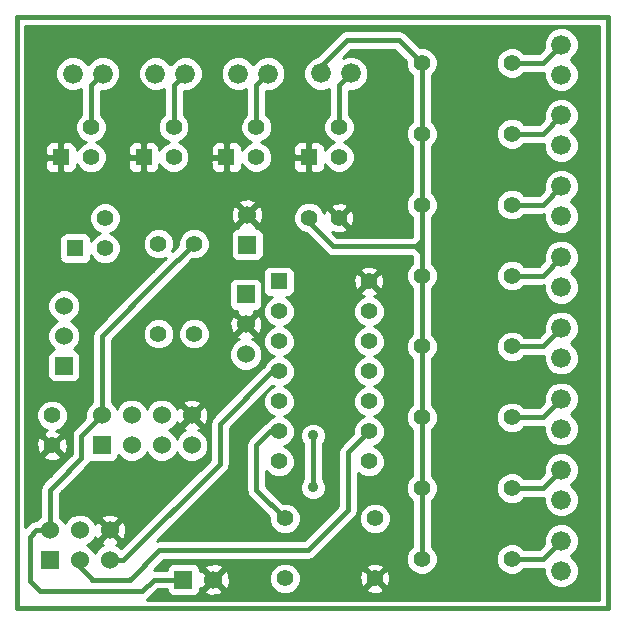
<source format=gbl>
G04 (created by PCBNEW-RS274X (2010-05-05 BZR 2356)-stable) date 08-11-2010 18:06:31*
G01*
G70*
G90*
%MOIN*%
G04 Gerber Fmt 3.4, Leading zero omitted, Abs format*
%FSLAX34Y34*%
G04 APERTURE LIST*
%ADD10C,0.006000*%
%ADD11C,0.015000*%
%ADD12R,0.060000X0.060000*%
%ADD13C,0.060000*%
%ADD14C,0.055000*%
%ADD15C,0.066000*%
%ADD16R,0.055000X0.055000*%
%ADD17C,0.035000*%
%ADD18C,0.016000*%
%ADD19C,0.010000*%
G04 APERTURE END LIST*
G54D10*
G54D11*
X10335Y-27756D02*
X30020Y-27756D01*
X10335Y-08071D02*
X10335Y-27756D01*
X30020Y-08071D02*
X10335Y-08071D01*
X30020Y-27756D02*
X30020Y-08071D01*
G54D12*
X17953Y-17307D03*
G54D13*
X17953Y-18307D03*
X17953Y-19307D03*
G54D14*
X22258Y-24776D03*
X22258Y-26776D03*
X19258Y-24776D03*
X19258Y-26776D03*
G54D15*
X17699Y-09944D03*
X18699Y-09944D03*
X20457Y-09943D03*
X21457Y-09943D03*
X14945Y-09944D03*
X15945Y-09944D03*
X12189Y-09945D03*
X13189Y-09945D03*
G54D12*
X15878Y-26811D03*
G54D13*
X16878Y-26811D03*
G54D15*
X28475Y-25515D03*
X28475Y-26515D03*
X28474Y-23151D03*
X28474Y-24151D03*
X28473Y-20791D03*
X28473Y-21791D03*
X28474Y-18428D03*
X28474Y-19428D03*
X28475Y-16064D03*
X28475Y-17064D03*
X28474Y-13705D03*
X28474Y-14705D03*
X28472Y-11341D03*
X28472Y-12341D03*
X28474Y-08980D03*
X28474Y-09980D03*
G54D14*
X20061Y-14752D03*
X21061Y-14752D03*
G54D16*
X17305Y-12732D03*
G54D14*
X18305Y-12732D03*
X18305Y-11732D03*
G54D16*
X11794Y-12733D03*
G54D14*
X12794Y-12733D03*
X12794Y-11733D03*
G54D16*
X14552Y-12731D03*
G54D14*
X15552Y-12731D03*
X15552Y-11731D03*
G54D16*
X20062Y-12731D03*
G54D14*
X21062Y-12731D03*
X21062Y-11731D03*
G54D16*
X12266Y-15766D03*
G54D14*
X13266Y-15766D03*
X13266Y-14766D03*
X16228Y-18617D03*
X16228Y-15617D03*
X23825Y-26130D03*
X26825Y-26130D03*
X15046Y-18616D03*
X15046Y-15616D03*
X23823Y-23766D03*
X26823Y-23766D03*
X23825Y-19042D03*
X26825Y-19042D03*
X23823Y-21406D03*
X26823Y-21406D03*
X23826Y-16681D03*
X26826Y-16681D03*
X23824Y-09594D03*
X26824Y-09594D03*
X23825Y-14318D03*
X26825Y-14318D03*
X23824Y-11955D03*
X26824Y-11955D03*
G54D12*
X13156Y-22341D03*
G54D13*
X13156Y-21341D03*
X14156Y-22341D03*
X14156Y-21341D03*
X15156Y-22341D03*
X15156Y-21341D03*
X16156Y-22341D03*
X16156Y-21341D03*
G54D12*
X11424Y-26170D03*
G54D13*
X11424Y-25170D03*
X12424Y-26170D03*
X12424Y-25170D03*
X13424Y-26170D03*
X13424Y-25170D03*
G54D12*
X11895Y-19691D03*
G54D13*
X11895Y-18691D03*
X11895Y-17691D03*
G54D16*
X19060Y-16875D03*
G54D14*
X19060Y-17875D03*
X19060Y-18875D03*
X19060Y-19875D03*
X19060Y-20875D03*
X19060Y-21875D03*
X19060Y-22875D03*
X22060Y-22875D03*
X22060Y-21875D03*
X22060Y-20875D03*
X22060Y-19875D03*
X22060Y-18875D03*
X22060Y-17875D03*
X22060Y-16875D03*
G54D12*
X18001Y-15645D03*
G54D13*
X18001Y-14645D03*
G54D14*
X11499Y-21339D03*
X11499Y-22339D03*
G54D17*
X20197Y-22008D03*
X20197Y-23740D03*
G54D18*
X17087Y-22953D02*
X13870Y-26170D01*
X13870Y-26170D02*
X13424Y-26170D01*
X19060Y-19875D02*
X18826Y-19875D01*
X17087Y-21614D02*
X17087Y-22953D01*
X18826Y-19875D02*
X17087Y-21614D01*
X26825Y-19042D02*
X27860Y-19042D01*
X27860Y-19042D02*
X28474Y-18428D01*
X27858Y-21406D02*
X28473Y-20791D01*
X26823Y-21406D02*
X27858Y-21406D01*
X14094Y-26811D02*
X12835Y-26811D01*
X12816Y-26792D02*
X12424Y-26400D01*
X12424Y-26400D02*
X12424Y-26170D01*
X12835Y-26811D02*
X12816Y-26792D01*
X14113Y-26792D02*
X14094Y-26811D01*
X22060Y-21875D02*
X21358Y-22577D01*
X15078Y-25827D02*
X14094Y-26811D01*
X20039Y-25827D02*
X15078Y-25827D01*
X21358Y-24508D02*
X20039Y-25827D01*
X21358Y-24508D02*
X21358Y-22577D01*
X26826Y-16681D02*
X27858Y-16681D01*
X27858Y-16681D02*
X28475Y-16064D01*
X26825Y-14318D02*
X27861Y-14318D01*
X27861Y-14318D02*
X28474Y-13705D01*
X26824Y-11955D02*
X27858Y-11955D01*
X27858Y-11955D02*
X28472Y-11341D01*
X26824Y-09594D02*
X27860Y-09594D01*
X27860Y-09594D02*
X28474Y-08980D01*
X26823Y-23766D02*
X27859Y-23766D01*
X27859Y-23766D02*
X28474Y-23151D01*
X26825Y-26130D02*
X27860Y-26130D01*
X27860Y-26130D02*
X28475Y-25515D01*
X12794Y-10340D02*
X13189Y-09945D01*
X12794Y-11733D02*
X12794Y-10340D01*
X15552Y-10337D02*
X15945Y-09944D01*
X15552Y-11731D02*
X15552Y-10337D01*
X18305Y-11732D02*
X18305Y-10338D01*
X18305Y-10338D02*
X18699Y-09944D01*
X21062Y-10338D02*
X21457Y-09943D01*
X21062Y-11731D02*
X21062Y-10338D01*
X18307Y-23825D02*
X19258Y-24776D01*
X18307Y-22342D02*
X18307Y-23825D01*
X18774Y-21875D02*
X18307Y-22342D01*
X19060Y-21875D02*
X18774Y-21875D01*
X20197Y-23740D02*
X20197Y-22008D01*
X15878Y-26811D02*
X14882Y-26811D01*
X10971Y-25170D02*
X11424Y-25170D01*
X10748Y-25393D02*
X10971Y-25170D01*
X10748Y-26850D02*
X10748Y-25393D01*
X11103Y-27205D02*
X10748Y-26850D01*
X14488Y-27205D02*
X11103Y-27205D01*
X14882Y-26811D02*
X14488Y-27205D01*
X23824Y-11955D02*
X23824Y-14317D01*
X23824Y-14317D02*
X23825Y-14318D01*
X23826Y-16681D02*
X23826Y-19041D01*
X23826Y-19041D02*
X23825Y-19042D01*
X23661Y-15709D02*
X23661Y-15748D01*
X23661Y-15748D02*
X23826Y-15913D01*
X23661Y-15709D02*
X23661Y-15670D01*
X23661Y-15670D02*
X23826Y-15505D01*
X20061Y-14752D02*
X20061Y-14904D01*
X20866Y-15709D02*
X23661Y-15709D01*
X23661Y-15709D02*
X23826Y-15709D01*
X20061Y-14904D02*
X20866Y-15709D01*
X23826Y-16681D02*
X23826Y-15913D01*
X23826Y-15913D02*
X23826Y-15709D01*
X23826Y-15709D02*
X23826Y-15505D01*
X23826Y-15505D02*
X23826Y-14319D01*
X23826Y-14319D02*
X23825Y-14318D01*
X23823Y-21406D02*
X23823Y-23766D01*
X23825Y-19042D02*
X23825Y-21404D01*
X23825Y-21404D02*
X23823Y-21406D01*
X23823Y-21406D02*
X23823Y-26128D01*
X23823Y-26128D02*
X23825Y-26130D01*
X23824Y-09594D02*
X23824Y-11955D01*
X23824Y-11955D02*
X23825Y-11956D01*
X20457Y-09943D02*
X20457Y-09701D01*
X23049Y-08819D02*
X23824Y-09594D01*
X21339Y-08819D02*
X23049Y-08819D01*
X20457Y-09701D02*
X21339Y-08819D01*
X15140Y-16705D02*
X15140Y-16710D01*
X15140Y-16710D02*
X13156Y-18694D01*
X11614Y-23622D02*
X11424Y-23812D01*
X12480Y-22756D02*
X12480Y-22017D01*
X11614Y-23622D02*
X12480Y-22756D01*
X11424Y-23812D02*
X11424Y-25170D01*
X13156Y-21341D02*
X12480Y-22017D01*
X13156Y-18694D02*
X13156Y-21341D01*
X16228Y-15617D02*
X15140Y-16705D01*
G54D19*
X10610Y-08346D02*
X29745Y-08346D01*
X10610Y-08426D02*
X28297Y-08426D01*
X28653Y-08426D02*
X29745Y-08426D01*
X10610Y-08506D02*
X21254Y-08506D01*
X23136Y-08506D02*
X28128Y-08506D01*
X28820Y-08506D02*
X29745Y-08506D01*
X10610Y-08586D02*
X21105Y-08586D01*
X23282Y-08586D02*
X28048Y-08586D01*
X28900Y-08586D02*
X29745Y-08586D01*
X10610Y-08666D02*
X21025Y-08666D01*
X23362Y-08666D02*
X27977Y-08666D01*
X28972Y-08666D02*
X29745Y-08666D01*
X10610Y-08746D02*
X20945Y-08746D01*
X23442Y-08746D02*
X27944Y-08746D01*
X29005Y-08746D02*
X29745Y-08746D01*
X10610Y-08826D02*
X20865Y-08826D01*
X23522Y-08826D02*
X27910Y-08826D01*
X29038Y-08826D02*
X29745Y-08826D01*
X10610Y-08906D02*
X20785Y-08906D01*
X23602Y-08906D02*
X27894Y-08906D01*
X29054Y-08906D02*
X29745Y-08906D01*
X10610Y-08986D02*
X20705Y-08986D01*
X23682Y-08986D02*
X27894Y-08986D01*
X29054Y-08986D02*
X29745Y-08986D01*
X10610Y-09066D02*
X20625Y-09066D01*
X23762Y-09066D02*
X27894Y-09066D01*
X29054Y-09066D02*
X29745Y-09066D01*
X10610Y-09146D02*
X20545Y-09146D01*
X24115Y-09146D02*
X26535Y-09146D01*
X27115Y-09146D02*
X27841Y-09146D01*
X29033Y-09146D02*
X29745Y-09146D01*
X10610Y-09226D02*
X20465Y-09226D01*
X21397Y-09226D02*
X22990Y-09226D01*
X24199Y-09226D02*
X26450Y-09226D01*
X27199Y-09226D02*
X27761Y-09226D01*
X28999Y-09226D02*
X29745Y-09226D01*
X10610Y-09306D02*
X20385Y-09306D01*
X21317Y-09306D02*
X23070Y-09306D01*
X24273Y-09306D02*
X26375Y-09306D01*
X28966Y-09306D02*
X29745Y-09306D01*
X10610Y-09386D02*
X12024Y-09386D01*
X12356Y-09386D02*
X13024Y-09386D01*
X13356Y-09386D02*
X14777Y-09386D01*
X15114Y-09386D02*
X15777Y-09386D01*
X16114Y-09386D02*
X17531Y-09386D01*
X17868Y-09386D02*
X18531Y-09386D01*
X18868Y-09386D02*
X20286Y-09386D01*
X21237Y-09386D02*
X21286Y-09386D01*
X21629Y-09386D02*
X23150Y-09386D01*
X24306Y-09386D02*
X26342Y-09386D01*
X28888Y-09386D02*
X29745Y-09386D01*
X10610Y-09466D02*
X11848Y-09466D01*
X12530Y-09466D02*
X12848Y-09466D01*
X13530Y-09466D02*
X14603Y-09466D01*
X15287Y-09466D02*
X15603Y-09466D01*
X16287Y-09466D02*
X17357Y-09466D01*
X18041Y-09466D02*
X18357Y-09466D01*
X19041Y-09466D02*
X20114Y-09466D01*
X21800Y-09466D02*
X23230Y-09466D01*
X24340Y-09466D02*
X26309Y-09466D01*
X28808Y-09466D02*
X29745Y-09466D01*
X10610Y-09546D02*
X11768Y-09546D01*
X12610Y-09546D02*
X12768Y-09546D01*
X13610Y-09546D02*
X14523Y-09546D01*
X15367Y-09546D02*
X15523Y-09546D01*
X16367Y-09546D02*
X17277Y-09546D01*
X18121Y-09546D02*
X18277Y-09546D01*
X19121Y-09546D02*
X20034Y-09546D01*
X21880Y-09546D02*
X23299Y-09546D01*
X24349Y-09546D02*
X26299Y-09546D01*
X28860Y-09546D02*
X29745Y-09546D01*
X10610Y-09626D02*
X11694Y-09626D01*
X12685Y-09626D02*
X12694Y-09626D01*
X13685Y-09626D02*
X14450Y-09626D01*
X15442Y-09626D02*
X15450Y-09626D01*
X16442Y-09626D02*
X17204Y-09626D01*
X18196Y-09626D02*
X18204Y-09626D01*
X19196Y-09626D02*
X19961Y-09626D01*
X21954Y-09626D02*
X23299Y-09626D01*
X24349Y-09626D02*
X26299Y-09626D01*
X28940Y-09626D02*
X29745Y-09626D01*
X10610Y-09706D02*
X11661Y-09706D01*
X13718Y-09706D02*
X14416Y-09706D01*
X16475Y-09706D02*
X17170Y-09706D01*
X19229Y-09706D02*
X19928Y-09706D01*
X21987Y-09706D02*
X23302Y-09706D01*
X24346Y-09706D02*
X26302Y-09706D01*
X28989Y-09706D02*
X29745Y-09706D01*
X10610Y-09786D02*
X11627Y-09786D01*
X13751Y-09786D02*
X14383Y-09786D01*
X16508Y-09786D02*
X17137Y-09786D01*
X19262Y-09786D02*
X19895Y-09786D01*
X22020Y-09786D02*
X23335Y-09786D01*
X24312Y-09786D02*
X26335Y-09786D01*
X29022Y-09786D02*
X29745Y-09786D01*
X10610Y-09866D02*
X11609Y-09866D01*
X13769Y-09866D02*
X14365Y-09866D01*
X16525Y-09866D02*
X17119Y-09866D01*
X19279Y-09866D02*
X19877Y-09866D01*
X22037Y-09866D02*
X23368Y-09866D01*
X24279Y-09866D02*
X26368Y-09866D01*
X29054Y-09866D02*
X29745Y-09866D01*
X10610Y-09946D02*
X11609Y-09946D01*
X13769Y-09946D02*
X14365Y-09946D01*
X16525Y-09946D02*
X17119Y-09946D01*
X19279Y-09946D02*
X19877Y-09946D01*
X22037Y-09946D02*
X23434Y-09946D01*
X24214Y-09946D02*
X26433Y-09946D01*
X27214Y-09946D02*
X27894Y-09946D01*
X29054Y-09946D02*
X29745Y-09946D01*
X10610Y-10026D02*
X11609Y-10026D01*
X13769Y-10026D02*
X14365Y-10026D01*
X16525Y-10026D02*
X17119Y-10026D01*
X19279Y-10026D02*
X19877Y-10026D01*
X22037Y-10026D02*
X23494Y-10026D01*
X24154Y-10026D02*
X26513Y-10026D01*
X27134Y-10026D02*
X27894Y-10026D01*
X29054Y-10026D02*
X29745Y-10026D01*
X10610Y-10106D02*
X11628Y-10106D01*
X13750Y-10106D02*
X14384Y-10106D01*
X16505Y-10106D02*
X17138Y-10106D01*
X19259Y-10106D02*
X19896Y-10106D01*
X22017Y-10106D02*
X23494Y-10106D01*
X24154Y-10106D02*
X26687Y-10106D01*
X26959Y-10106D02*
X27898Y-10106D01*
X29049Y-10106D02*
X29745Y-10106D01*
X10610Y-10186D02*
X11661Y-10186D01*
X13716Y-10186D02*
X14417Y-10186D01*
X16472Y-10186D02*
X17171Y-10186D01*
X19226Y-10186D02*
X19929Y-10186D01*
X21983Y-10186D02*
X23494Y-10186D01*
X24154Y-10186D02*
X27931Y-10186D01*
X29016Y-10186D02*
X29745Y-10186D01*
X10610Y-10266D02*
X11694Y-10266D01*
X13683Y-10266D02*
X14450Y-10266D01*
X16438Y-10266D02*
X17204Y-10266D01*
X19192Y-10266D02*
X19962Y-10266D01*
X21950Y-10266D02*
X23494Y-10266D01*
X24154Y-10266D02*
X27964Y-10266D01*
X28982Y-10266D02*
X29745Y-10266D01*
X10610Y-10346D02*
X11770Y-10346D01*
X13608Y-10346D02*
X14527Y-10346D01*
X16363Y-10346D02*
X17281Y-10346D01*
X19117Y-10346D02*
X20040Y-10346D01*
X21874Y-10346D02*
X23494Y-10346D01*
X24154Y-10346D02*
X28020Y-10346D01*
X28928Y-10346D02*
X29745Y-10346D01*
X10610Y-10426D02*
X11850Y-10426D01*
X13528Y-10426D02*
X14607Y-10426D01*
X16283Y-10426D02*
X17361Y-10426D01*
X19037Y-10426D02*
X20120Y-10426D01*
X21794Y-10426D02*
X23494Y-10426D01*
X24154Y-10426D02*
X28100Y-10426D01*
X28848Y-10426D02*
X29745Y-10426D01*
X10610Y-10506D02*
X12027Y-10506D01*
X12349Y-10506D02*
X12464Y-10506D01*
X13349Y-10506D02*
X14785Y-10506D01*
X15103Y-10506D02*
X15222Y-10506D01*
X16103Y-10506D02*
X17539Y-10506D01*
X17857Y-10506D02*
X17975Y-10506D01*
X18857Y-10506D02*
X20300Y-10506D01*
X20612Y-10506D02*
X20732Y-10506D01*
X21613Y-10506D02*
X23494Y-10506D01*
X24154Y-10506D02*
X28228Y-10506D01*
X28719Y-10506D02*
X29745Y-10506D01*
X10610Y-10586D02*
X12464Y-10586D01*
X13124Y-10586D02*
X15222Y-10586D01*
X15882Y-10586D02*
X17975Y-10586D01*
X18635Y-10586D02*
X20732Y-10586D01*
X21392Y-10586D02*
X23494Y-10586D01*
X24154Y-10586D02*
X29745Y-10586D01*
X10610Y-10666D02*
X12464Y-10666D01*
X13124Y-10666D02*
X15222Y-10666D01*
X15882Y-10666D02*
X17975Y-10666D01*
X18635Y-10666D02*
X20732Y-10666D01*
X21392Y-10666D02*
X23494Y-10666D01*
X24154Y-10666D02*
X29745Y-10666D01*
X10610Y-10746D02*
X12464Y-10746D01*
X13124Y-10746D02*
X15222Y-10746D01*
X15882Y-10746D02*
X17975Y-10746D01*
X18635Y-10746D02*
X20732Y-10746D01*
X21392Y-10746D02*
X23494Y-10746D01*
X24154Y-10746D02*
X29745Y-10746D01*
X10610Y-10826D02*
X12464Y-10826D01*
X13124Y-10826D02*
X15222Y-10826D01*
X15882Y-10826D02*
X17975Y-10826D01*
X18635Y-10826D02*
X20732Y-10826D01*
X21392Y-10826D02*
X23494Y-10826D01*
X24154Y-10826D02*
X28200Y-10826D01*
X28744Y-10826D02*
X29745Y-10826D01*
X10610Y-10906D02*
X12464Y-10906D01*
X13124Y-10906D02*
X15222Y-10906D01*
X15882Y-10906D02*
X17975Y-10906D01*
X18635Y-10906D02*
X20732Y-10906D01*
X21392Y-10906D02*
X23494Y-10906D01*
X24154Y-10906D02*
X28087Y-10906D01*
X28857Y-10906D02*
X29745Y-10906D01*
X10610Y-10986D02*
X12464Y-10986D01*
X13124Y-10986D02*
X15222Y-10986D01*
X15882Y-10986D02*
X17975Y-10986D01*
X18635Y-10986D02*
X20732Y-10986D01*
X21392Y-10986D02*
X23494Y-10986D01*
X24154Y-10986D02*
X28007Y-10986D01*
X28937Y-10986D02*
X29745Y-10986D01*
X10610Y-11066D02*
X12464Y-11066D01*
X13124Y-11066D02*
X15222Y-11066D01*
X15882Y-11066D02*
X17975Y-11066D01*
X18635Y-11066D02*
X20732Y-11066D01*
X21392Y-11066D02*
X23494Y-11066D01*
X24154Y-11066D02*
X27959Y-11066D01*
X28986Y-11066D02*
X29745Y-11066D01*
X10610Y-11146D02*
X12464Y-11146D01*
X13124Y-11146D02*
X15222Y-11146D01*
X15882Y-11146D02*
X17975Y-11146D01*
X18635Y-11146D02*
X20732Y-11146D01*
X21392Y-11146D02*
X23494Y-11146D01*
X24154Y-11146D02*
X27926Y-11146D01*
X29019Y-11146D02*
X29745Y-11146D01*
X10610Y-11226D02*
X12464Y-11226D01*
X13124Y-11226D02*
X15222Y-11226D01*
X15882Y-11226D02*
X17975Y-11226D01*
X18635Y-11226D02*
X20732Y-11226D01*
X21392Y-11226D02*
X23494Y-11226D01*
X24154Y-11226D02*
X27892Y-11226D01*
X29052Y-11226D02*
X29745Y-11226D01*
X10610Y-11306D02*
X12464Y-11306D01*
X13124Y-11306D02*
X15222Y-11306D01*
X15882Y-11306D02*
X17975Y-11306D01*
X18635Y-11306D02*
X20732Y-11306D01*
X21392Y-11306D02*
X23494Y-11306D01*
X24154Y-11306D02*
X27892Y-11306D01*
X29052Y-11306D02*
X29745Y-11306D01*
X10610Y-11386D02*
X12398Y-11386D01*
X13190Y-11386D02*
X15154Y-11386D01*
X15950Y-11386D02*
X17908Y-11386D01*
X18702Y-11386D02*
X20664Y-11386D01*
X21460Y-11386D02*
X23494Y-11386D01*
X24154Y-11386D02*
X27892Y-11386D01*
X29052Y-11386D02*
X29745Y-11386D01*
X10610Y-11466D02*
X12337Y-11466D01*
X13252Y-11466D02*
X15094Y-11466D01*
X16011Y-11466D02*
X17847Y-11466D01*
X18763Y-11466D02*
X20604Y-11466D01*
X21521Y-11466D02*
X23494Y-11466D01*
X24154Y-11466D02*
X26634Y-11466D01*
X27016Y-11466D02*
X27880Y-11466D01*
X29048Y-11466D02*
X29745Y-11466D01*
X10610Y-11546D02*
X12303Y-11546D01*
X13285Y-11546D02*
X15061Y-11546D01*
X16044Y-11546D02*
X17814Y-11546D01*
X18797Y-11546D02*
X20571Y-11546D01*
X21554Y-11546D02*
X23490Y-11546D01*
X24158Y-11546D02*
X26491Y-11546D01*
X27158Y-11546D02*
X27800Y-11546D01*
X29014Y-11546D02*
X29745Y-11546D01*
X10610Y-11626D02*
X12270Y-11626D01*
X13318Y-11626D02*
X15027Y-11626D01*
X16077Y-11626D02*
X17781Y-11626D01*
X18830Y-11626D02*
X20537Y-11626D01*
X21587Y-11626D02*
X23410Y-11626D01*
X24238Y-11626D02*
X26411Y-11626D01*
X28981Y-11626D02*
X29745Y-11626D01*
X10610Y-11706D02*
X12269Y-11706D01*
X13319Y-11706D02*
X15027Y-11706D01*
X16077Y-11706D02*
X17780Y-11706D01*
X18830Y-11706D02*
X20537Y-11706D01*
X21587Y-11706D02*
X23359Y-11706D01*
X24289Y-11706D02*
X26359Y-11706D01*
X28927Y-11706D02*
X29745Y-11706D01*
X10610Y-11786D02*
X12269Y-11786D01*
X13319Y-11786D02*
X15027Y-11786D01*
X16077Y-11786D02*
X17780Y-11786D01*
X18830Y-11786D02*
X20537Y-11786D01*
X21587Y-11786D02*
X23326Y-11786D01*
X24323Y-11786D02*
X26326Y-11786D01*
X28847Y-11786D02*
X29745Y-11786D01*
X10610Y-11866D02*
X12281Y-11866D01*
X13307Y-11866D02*
X15039Y-11866D01*
X16064Y-11866D02*
X17792Y-11866D01*
X18817Y-11866D02*
X20549Y-11866D01*
X21574Y-11866D02*
X23299Y-11866D01*
X24349Y-11866D02*
X26299Y-11866D01*
X28817Y-11866D02*
X29745Y-11866D01*
X10610Y-11946D02*
X12314Y-11946D01*
X13274Y-11946D02*
X15073Y-11946D01*
X16031Y-11946D02*
X17825Y-11946D01*
X18784Y-11946D02*
X20583Y-11946D01*
X21541Y-11946D02*
X23299Y-11946D01*
X24349Y-11946D02*
X26299Y-11946D01*
X28897Y-11946D02*
X29745Y-11946D01*
X10610Y-12026D02*
X12347Y-12026D01*
X13241Y-12026D02*
X15106Y-12026D01*
X15998Y-12026D02*
X17858Y-12026D01*
X18751Y-12026D02*
X20616Y-12026D01*
X21508Y-12026D02*
X23299Y-12026D01*
X24349Y-12026D02*
X26299Y-12026D01*
X28970Y-12026D02*
X29745Y-12026D01*
X10610Y-12106D02*
X12424Y-12106D01*
X13163Y-12106D02*
X15184Y-12106D01*
X15919Y-12106D02*
X17936Y-12106D01*
X18673Y-12106D02*
X20694Y-12106D01*
X21429Y-12106D02*
X23318Y-12106D01*
X24329Y-12106D02*
X26318Y-12106D01*
X29003Y-12106D02*
X29745Y-12106D01*
X10610Y-12186D02*
X12515Y-12186D01*
X13071Y-12186D02*
X15278Y-12186D01*
X15824Y-12186D02*
X18028Y-12186D01*
X18579Y-12186D02*
X20788Y-12186D01*
X21334Y-12186D02*
X23351Y-12186D01*
X24296Y-12186D02*
X26351Y-12186D01*
X29036Y-12186D02*
X29745Y-12186D01*
X10610Y-12266D02*
X11359Y-12266D01*
X11740Y-12266D02*
X11848Y-12266D01*
X12229Y-12266D02*
X12550Y-12266D01*
X13040Y-12266D02*
X14115Y-12266D01*
X14500Y-12266D02*
X14604Y-12266D01*
X14989Y-12266D02*
X15303Y-12266D01*
X15803Y-12266D02*
X16869Y-12266D01*
X17252Y-12266D02*
X17358Y-12266D01*
X17741Y-12266D02*
X18059Y-12266D01*
X18553Y-12266D02*
X19625Y-12266D01*
X20010Y-12266D02*
X20114Y-12266D01*
X20499Y-12266D02*
X20813Y-12266D01*
X21313Y-12266D02*
X23393Y-12266D01*
X24255Y-12266D02*
X26392Y-12266D01*
X29052Y-12266D02*
X29745Y-12266D01*
X10610Y-12346D02*
X11296Y-12346D01*
X11744Y-12346D02*
X11844Y-12346D01*
X12293Y-12346D02*
X12439Y-12346D01*
X13150Y-12346D02*
X14054Y-12346D01*
X14502Y-12346D02*
X14602Y-12346D01*
X15051Y-12346D02*
X15195Y-12346D01*
X15910Y-12346D02*
X16807Y-12346D01*
X17255Y-12346D02*
X17355Y-12346D01*
X17804Y-12346D02*
X17949Y-12346D01*
X18662Y-12346D02*
X19564Y-12346D01*
X20012Y-12346D02*
X20112Y-12346D01*
X20561Y-12346D02*
X20705Y-12346D01*
X21420Y-12346D02*
X23473Y-12346D01*
X24175Y-12346D02*
X26472Y-12346D01*
X27175Y-12346D02*
X27892Y-12346D01*
X29052Y-12346D02*
X29745Y-12346D01*
X10610Y-12426D02*
X11270Y-12426D01*
X11744Y-12426D02*
X11844Y-12426D01*
X12318Y-12426D02*
X12359Y-12426D01*
X13230Y-12426D02*
X14028Y-12426D01*
X14502Y-12426D02*
X14602Y-12426D01*
X15076Y-12426D02*
X15115Y-12426D01*
X15990Y-12426D02*
X16781Y-12426D01*
X17255Y-12426D02*
X17355Y-12426D01*
X17829Y-12426D02*
X17869Y-12426D01*
X18742Y-12426D02*
X19538Y-12426D01*
X20012Y-12426D02*
X20112Y-12426D01*
X20586Y-12426D02*
X20625Y-12426D01*
X21500Y-12426D02*
X23494Y-12426D01*
X24154Y-12426D02*
X26588Y-12426D01*
X27058Y-12426D02*
X27892Y-12426D01*
X29052Y-12426D02*
X29745Y-12426D01*
X10610Y-12506D02*
X11270Y-12506D01*
X11744Y-12506D02*
X11844Y-12506D01*
X12318Y-12506D02*
X12320Y-12506D01*
X13269Y-12506D02*
X14028Y-12506D01*
X14502Y-12506D02*
X14602Y-12506D01*
X15076Y-12506D02*
X15077Y-12506D01*
X16027Y-12506D02*
X16781Y-12506D01*
X17255Y-12506D02*
X17355Y-12506D01*
X17829Y-12506D02*
X17830Y-12506D01*
X18780Y-12506D02*
X19538Y-12506D01*
X20012Y-12506D02*
X20112Y-12506D01*
X20586Y-12506D02*
X20587Y-12506D01*
X21537Y-12506D02*
X23494Y-12506D01*
X24154Y-12506D02*
X27912Y-12506D01*
X29031Y-12506D02*
X29745Y-12506D01*
X10610Y-12586D02*
X11270Y-12586D01*
X11744Y-12586D02*
X11844Y-12586D01*
X13302Y-12586D02*
X14028Y-12586D01*
X14502Y-12586D02*
X14602Y-12586D01*
X16061Y-12586D02*
X16781Y-12586D01*
X17255Y-12586D02*
X17355Y-12586D01*
X18813Y-12586D02*
X19538Y-12586D01*
X20012Y-12586D02*
X20112Y-12586D01*
X21571Y-12586D02*
X23494Y-12586D01*
X24154Y-12586D02*
X27945Y-12586D01*
X28998Y-12586D02*
X29745Y-12586D01*
X10610Y-12666D02*
X11314Y-12666D01*
X11744Y-12666D02*
X11844Y-12666D01*
X13319Y-12666D02*
X14074Y-12666D01*
X14502Y-12666D02*
X14602Y-12666D01*
X16077Y-12666D02*
X16826Y-12666D01*
X17255Y-12666D02*
X17355Y-12666D01*
X18830Y-12666D02*
X19584Y-12666D01*
X20012Y-12666D02*
X20112Y-12666D01*
X21587Y-12666D02*
X23494Y-12666D01*
X24154Y-12666D02*
X27978Y-12666D01*
X28964Y-12666D02*
X29745Y-12666D01*
X10610Y-12746D02*
X11844Y-12746D01*
X13319Y-12746D02*
X14602Y-12746D01*
X16077Y-12746D02*
X17355Y-12746D01*
X18830Y-12746D02*
X20112Y-12746D01*
X21587Y-12746D02*
X23494Y-12746D01*
X24154Y-12746D02*
X28057Y-12746D01*
X28887Y-12746D02*
X29745Y-12746D01*
X10610Y-12826D02*
X11288Y-12826D01*
X11744Y-12826D02*
X11844Y-12826D01*
X13319Y-12826D02*
X14044Y-12826D01*
X14502Y-12826D02*
X14602Y-12826D01*
X16077Y-12826D02*
X16798Y-12826D01*
X17255Y-12826D02*
X17355Y-12826D01*
X18830Y-12826D02*
X19554Y-12826D01*
X20012Y-12826D02*
X20112Y-12826D01*
X21587Y-12826D02*
X23494Y-12826D01*
X24154Y-12826D02*
X28137Y-12826D01*
X28807Y-12826D02*
X29745Y-12826D01*
X10610Y-12906D02*
X11269Y-12906D01*
X11744Y-12906D02*
X11844Y-12906D01*
X13290Y-12906D02*
X14027Y-12906D01*
X14502Y-12906D02*
X14602Y-12906D01*
X16047Y-12906D02*
X16780Y-12906D01*
X17255Y-12906D02*
X17355Y-12906D01*
X18801Y-12906D02*
X19537Y-12906D01*
X20012Y-12906D02*
X20112Y-12906D01*
X21557Y-12906D02*
X23494Y-12906D01*
X24154Y-12906D02*
X28320Y-12906D01*
X28623Y-12906D02*
X29745Y-12906D01*
X10610Y-12986D02*
X11270Y-12986D01*
X11744Y-12986D02*
X11844Y-12986D01*
X12318Y-12986D02*
X12330Y-12986D01*
X13257Y-12986D02*
X14028Y-12986D01*
X14502Y-12986D02*
X14602Y-12986D01*
X15076Y-12986D02*
X15089Y-12986D01*
X16014Y-12986D02*
X16781Y-12986D01*
X17255Y-12986D02*
X17355Y-12986D01*
X17829Y-12986D02*
X17842Y-12986D01*
X18768Y-12986D02*
X19538Y-12986D01*
X20012Y-12986D02*
X20112Y-12986D01*
X20586Y-12986D02*
X20599Y-12986D01*
X21524Y-12986D02*
X23494Y-12986D01*
X24154Y-12986D02*
X29745Y-12986D01*
X10610Y-13066D02*
X11273Y-13066D01*
X11744Y-13066D02*
X11844Y-13066D01*
X12314Y-13066D02*
X12384Y-13066D01*
X13203Y-13066D02*
X14032Y-13066D01*
X14502Y-13066D02*
X14602Y-13066D01*
X15071Y-13066D02*
X15144Y-13066D01*
X15959Y-13066D02*
X16784Y-13066D01*
X17255Y-13066D02*
X17355Y-13066D01*
X17825Y-13066D02*
X17896Y-13066D01*
X18713Y-13066D02*
X19542Y-13066D01*
X20012Y-13066D02*
X20112Y-13066D01*
X20581Y-13066D02*
X20654Y-13066D01*
X21469Y-13066D02*
X23494Y-13066D01*
X24154Y-13066D02*
X29745Y-13066D01*
X10610Y-13146D02*
X11306Y-13146D01*
X11744Y-13146D02*
X11844Y-13146D01*
X12281Y-13146D02*
X12464Y-13146D01*
X13123Y-13146D02*
X14065Y-13146D01*
X14502Y-13146D02*
X14602Y-13146D01*
X15038Y-13146D02*
X15224Y-13146D01*
X15879Y-13146D02*
X16818Y-13146D01*
X17255Y-13146D02*
X17355Y-13146D01*
X17791Y-13146D02*
X17976Y-13146D01*
X18633Y-13146D02*
X19575Y-13146D01*
X20012Y-13146D02*
X20112Y-13146D01*
X20548Y-13146D02*
X20734Y-13146D01*
X21389Y-13146D02*
X23494Y-13146D01*
X24154Y-13146D02*
X28308Y-13146D01*
X28641Y-13146D02*
X29745Y-13146D01*
X10610Y-13226D02*
X11394Y-13226D01*
X11714Y-13226D02*
X11874Y-13226D01*
X12193Y-13226D02*
X12611Y-13226D01*
X12975Y-13226D02*
X14157Y-13226D01*
X14470Y-13226D02*
X14634Y-13226D01*
X14946Y-13226D02*
X15374Y-13226D01*
X15728Y-13226D02*
X16908Y-13226D01*
X17224Y-13226D02*
X17386Y-13226D01*
X17701Y-13226D02*
X18125Y-13226D01*
X18483Y-13226D02*
X19667Y-13226D01*
X19980Y-13226D02*
X20144Y-13226D01*
X20456Y-13226D02*
X20884Y-13226D01*
X21238Y-13226D02*
X23494Y-13226D01*
X24154Y-13226D02*
X28133Y-13226D01*
X28815Y-13226D02*
X29745Y-13226D01*
X10610Y-13306D02*
X23494Y-13306D01*
X24154Y-13306D02*
X28053Y-13306D01*
X28895Y-13306D02*
X29745Y-13306D01*
X10610Y-13386D02*
X23494Y-13386D01*
X24154Y-13386D02*
X27979Y-13386D01*
X28970Y-13386D02*
X29745Y-13386D01*
X10610Y-13466D02*
X23494Y-13466D01*
X24154Y-13466D02*
X27946Y-13466D01*
X29003Y-13466D02*
X29745Y-13466D01*
X10610Y-13546D02*
X23494Y-13546D01*
X24154Y-13546D02*
X27912Y-13546D01*
X29036Y-13546D02*
X29745Y-13546D01*
X10610Y-13626D02*
X23494Y-13626D01*
X24154Y-13626D02*
X27894Y-13626D01*
X29054Y-13626D02*
X29745Y-13626D01*
X10610Y-13706D02*
X23494Y-13706D01*
X24154Y-13706D02*
X27894Y-13706D01*
X29054Y-13706D02*
X29745Y-13706D01*
X10610Y-13786D02*
X23494Y-13786D01*
X24154Y-13786D02*
X27894Y-13786D01*
X29054Y-13786D02*
X29745Y-13786D01*
X10610Y-13866D02*
X23494Y-13866D01*
X24154Y-13866D02*
X26545Y-13866D01*
X27107Y-13866D02*
X27846Y-13866D01*
X29035Y-13866D02*
X29745Y-13866D01*
X10610Y-13946D02*
X23454Y-13946D01*
X24196Y-13946D02*
X26455Y-13946D01*
X27196Y-13946D02*
X27766Y-13946D01*
X29001Y-13946D02*
X29745Y-13946D01*
X10610Y-14026D02*
X23378Y-14026D01*
X24273Y-14026D02*
X26378Y-14026D01*
X28968Y-14026D02*
X29745Y-14026D01*
X10610Y-14106D02*
X18003Y-14106D01*
X18092Y-14106D02*
X23345Y-14106D01*
X24306Y-14106D02*
X26345Y-14106D01*
X28893Y-14106D02*
X29745Y-14106D01*
X10610Y-14186D02*
X17717Y-14186D01*
X18286Y-14186D02*
X23312Y-14186D01*
X24339Y-14186D02*
X26312Y-14186D01*
X28813Y-14186D02*
X29745Y-14186D01*
X10610Y-14266D02*
X13102Y-14266D01*
X13432Y-14266D02*
X17694Y-14266D01*
X18309Y-14266D02*
X19862Y-14266D01*
X20261Y-14266D02*
X20878Y-14266D01*
X21231Y-14266D02*
X23300Y-14266D01*
X24350Y-14266D02*
X26300Y-14266D01*
X28855Y-14266D02*
X29745Y-14266D01*
X10610Y-14346D02*
X12944Y-14346D01*
X13589Y-14346D02*
X17592Y-14346D01*
X17632Y-14346D02*
X17772Y-14346D01*
X18229Y-14346D02*
X18370Y-14346D01*
X18411Y-14346D02*
X19725Y-14346D01*
X20398Y-14346D02*
X20783Y-14346D01*
X21340Y-14346D02*
X23300Y-14346D01*
X24350Y-14346D02*
X26300Y-14346D01*
X28935Y-14346D02*
X29745Y-14346D01*
X10610Y-14426D02*
X12864Y-14426D01*
X13669Y-14426D02*
X17508Y-14426D01*
X17712Y-14426D02*
X17852Y-14426D01*
X18149Y-14426D02*
X18290Y-14426D01*
X18499Y-14426D02*
X19645Y-14426D01*
X20478Y-14426D02*
X20806Y-14426D01*
X21316Y-14426D02*
X23301Y-14426D01*
X24348Y-14426D02*
X26301Y-14426D01*
X28987Y-14426D02*
X29745Y-14426D01*
X10610Y-14506D02*
X12806Y-14506D01*
X13727Y-14506D02*
X17480Y-14506D01*
X17792Y-14506D02*
X17932Y-14506D01*
X18069Y-14506D02*
X18210Y-14506D01*
X18531Y-14506D02*
X19595Y-14506D01*
X20528Y-14506D02*
X20602Y-14506D01*
X20744Y-14506D02*
X20886Y-14506D01*
X21236Y-14506D02*
X21378Y-14506D01*
X21522Y-14506D02*
X23334Y-14506D01*
X24315Y-14506D02*
X26334Y-14506D01*
X29020Y-14506D02*
X29745Y-14506D01*
X10610Y-14586D02*
X12773Y-14586D01*
X13760Y-14586D02*
X17459Y-14586D01*
X17872Y-14586D02*
X18131Y-14586D01*
X18537Y-14586D02*
X19562Y-14586D01*
X20560Y-14586D02*
X20574Y-14586D01*
X20824Y-14586D02*
X20966Y-14586D01*
X21156Y-14586D02*
X21298Y-14586D01*
X21555Y-14586D02*
X23367Y-14586D01*
X24282Y-14586D02*
X26367Y-14586D01*
X29053Y-14586D02*
X29745Y-14586D01*
X10610Y-14666D02*
X12741Y-14666D01*
X13791Y-14666D02*
X17463Y-14666D01*
X17909Y-14666D02*
X18093Y-14666D01*
X18542Y-14666D02*
X19536Y-14666D01*
X20904Y-14666D02*
X21046Y-14666D01*
X21076Y-14666D02*
X21218Y-14666D01*
X21572Y-14666D02*
X23431Y-14666D01*
X24219Y-14666D02*
X26430Y-14666D01*
X27219Y-14666D02*
X27894Y-14666D01*
X29054Y-14666D02*
X29745Y-14666D01*
X10610Y-14746D02*
X12741Y-14746D01*
X13791Y-14746D02*
X17467Y-14746D01*
X17829Y-14746D02*
X17971Y-14746D01*
X18032Y-14746D02*
X18173Y-14746D01*
X18536Y-14746D02*
X19536Y-14746D01*
X20984Y-14746D02*
X21138Y-14746D01*
X21576Y-14746D02*
X23496Y-14746D01*
X24156Y-14746D02*
X26510Y-14746D01*
X27139Y-14746D02*
X27894Y-14746D01*
X29054Y-14746D02*
X29745Y-14746D01*
X10610Y-14826D02*
X12741Y-14826D01*
X13791Y-14826D02*
X17488Y-14826D01*
X17749Y-14826D02*
X17891Y-14826D01*
X18112Y-14826D02*
X18252Y-14826D01*
X18508Y-14826D02*
X19536Y-14826D01*
X21064Y-14826D02*
X21206Y-14826D01*
X21580Y-14826D02*
X23496Y-14826D01*
X24156Y-14826D02*
X26678Y-14826D01*
X26970Y-14826D02*
X27896Y-14826D01*
X29051Y-14826D02*
X29745Y-14826D01*
X10610Y-14906D02*
X12755Y-14906D01*
X13776Y-14906D02*
X17520Y-14906D01*
X17669Y-14906D02*
X17811Y-14906D01*
X18192Y-14906D02*
X18332Y-14906D01*
X18480Y-14906D02*
X19556Y-14906D01*
X21144Y-14906D02*
X21286Y-14906D01*
X21552Y-14906D02*
X23496Y-14906D01*
X24156Y-14906D02*
X27929Y-14906D01*
X29018Y-14906D02*
X29745Y-14906D01*
X10610Y-14986D02*
X12789Y-14986D01*
X13743Y-14986D02*
X17731Y-14986D01*
X18272Y-14986D02*
X19589Y-14986D01*
X21224Y-14986D02*
X21366Y-14986D01*
X21524Y-14986D02*
X23496Y-14986D01*
X24156Y-14986D02*
X27962Y-14986D01*
X28985Y-14986D02*
X29745Y-14986D01*
X10610Y-15066D02*
X12823Y-15066D01*
X13708Y-15066D02*
X17704Y-15066D01*
X18296Y-15066D02*
X19632Y-15066D01*
X21304Y-15066D02*
X23496Y-15066D01*
X24156Y-15066D02*
X28015Y-15066D01*
X28933Y-15066D02*
X29745Y-15066D01*
X10610Y-15146D02*
X12903Y-15146D01*
X13628Y-15146D02*
X14810Y-15146D01*
X15284Y-15146D02*
X15994Y-15146D01*
X16464Y-15146D02*
X17548Y-15146D01*
X18454Y-15146D02*
X19712Y-15146D01*
X21342Y-15146D02*
X23496Y-15146D01*
X24156Y-15146D02*
X28095Y-15146D01*
X28853Y-15146D02*
X29745Y-15146D01*
X10610Y-15226D02*
X13004Y-15226D01*
X13526Y-15226D02*
X14694Y-15226D01*
X15399Y-15226D02*
X15877Y-15226D01*
X16580Y-15226D02*
X17481Y-15226D01*
X18522Y-15226D02*
X19832Y-15226D01*
X20850Y-15226D02*
X20859Y-15226D01*
X21274Y-15226D02*
X23496Y-15226D01*
X24156Y-15226D02*
X28216Y-15226D01*
X28731Y-15226D02*
X29745Y-15226D01*
X10610Y-15306D02*
X11824Y-15306D01*
X12708Y-15306D02*
X13005Y-15306D01*
X13529Y-15306D02*
X14614Y-15306D01*
X15479Y-15306D02*
X15797Y-15306D01*
X16660Y-15306D02*
X17452Y-15306D01*
X18550Y-15306D02*
X19996Y-15306D01*
X20930Y-15306D02*
X23496Y-15306D01*
X24156Y-15306D02*
X29745Y-15306D01*
X10610Y-15386D02*
X11765Y-15386D01*
X12767Y-15386D02*
X12904Y-15386D01*
X13629Y-15386D02*
X14573Y-15386D01*
X15519Y-15386D02*
X15756Y-15386D01*
X16701Y-15386D02*
X17452Y-15386D01*
X18550Y-15386D02*
X20076Y-15386D01*
X24156Y-15386D02*
X29745Y-15386D01*
X10610Y-15466D02*
X11742Y-15466D01*
X12790Y-15466D02*
X12824Y-15466D01*
X13709Y-15466D02*
X14540Y-15466D01*
X15552Y-15466D02*
X15723Y-15466D01*
X16734Y-15466D02*
X17452Y-15466D01*
X18550Y-15466D02*
X20156Y-15466D01*
X24156Y-15466D02*
X29745Y-15466D01*
X10610Y-15546D02*
X11742Y-15546D01*
X13743Y-15546D02*
X14521Y-15546D01*
X15571Y-15546D02*
X15703Y-15546D01*
X16753Y-15546D02*
X17452Y-15546D01*
X18550Y-15546D02*
X20236Y-15546D01*
X24156Y-15546D02*
X28210Y-15546D01*
X28740Y-15546D02*
X29745Y-15546D01*
X10610Y-15626D02*
X11742Y-15626D01*
X13777Y-15626D02*
X14521Y-15626D01*
X15571Y-15626D02*
X15703Y-15626D01*
X16753Y-15626D02*
X17452Y-15626D01*
X18550Y-15626D02*
X20316Y-15626D01*
X24156Y-15626D02*
X28093Y-15626D01*
X28857Y-15626D02*
X29745Y-15626D01*
X10610Y-15706D02*
X11742Y-15706D01*
X13791Y-15706D02*
X14521Y-15706D01*
X15571Y-15706D02*
X15672Y-15706D01*
X16753Y-15706D02*
X17452Y-15706D01*
X18550Y-15706D02*
X20396Y-15706D01*
X24156Y-15706D02*
X28013Y-15706D01*
X28937Y-15706D02*
X29745Y-15706D01*
X10610Y-15786D02*
X11742Y-15786D01*
X13791Y-15786D02*
X14548Y-15786D01*
X15543Y-15786D02*
X15592Y-15786D01*
X16726Y-15786D02*
X17452Y-15786D01*
X18550Y-15786D02*
X20476Y-15786D01*
X24156Y-15786D02*
X27963Y-15786D01*
X28988Y-15786D02*
X29745Y-15786D01*
X10610Y-15866D02*
X11742Y-15866D01*
X13791Y-15866D02*
X14581Y-15866D01*
X15509Y-15866D02*
X15512Y-15866D01*
X16693Y-15866D02*
X17452Y-15866D01*
X18550Y-15866D02*
X20556Y-15866D01*
X24156Y-15866D02*
X27930Y-15866D01*
X29021Y-15866D02*
X29745Y-15866D01*
X10610Y-15946D02*
X11742Y-15946D01*
X13759Y-15946D02*
X14633Y-15946D01*
X16641Y-15946D02*
X17452Y-15946D01*
X18550Y-15946D02*
X20638Y-15946D01*
X24156Y-15946D02*
X27896Y-15946D01*
X29054Y-15946D02*
X29745Y-15946D01*
X10610Y-16026D02*
X11742Y-16026D01*
X12790Y-16026D02*
X12805Y-16026D01*
X13726Y-16026D02*
X14713Y-16026D01*
X16561Y-16026D02*
X17465Y-16026D01*
X18537Y-16026D02*
X20800Y-16026D01*
X24156Y-16026D02*
X27895Y-16026D01*
X29055Y-16026D02*
X29745Y-16026D01*
X10610Y-16106D02*
X11748Y-16106D01*
X12783Y-16106D02*
X12863Y-16106D01*
X13668Y-16106D02*
X14856Y-16106D01*
X15232Y-16106D02*
X15272Y-16106D01*
X16418Y-16106D02*
X17510Y-16106D01*
X18492Y-16106D02*
X23496Y-16106D01*
X24156Y-16106D02*
X27895Y-16106D01*
X29055Y-16106D02*
X29745Y-16106D01*
X10610Y-16186D02*
X11784Y-16186D01*
X12748Y-16186D02*
X12943Y-16186D01*
X13588Y-16186D02*
X15192Y-16186D01*
X16124Y-16186D02*
X17631Y-16186D01*
X18369Y-16186D02*
X23496Y-16186D01*
X24156Y-16186D02*
X26650Y-16186D01*
X27004Y-16186D02*
X27886Y-16186D01*
X29052Y-16186D02*
X29745Y-16186D01*
X10610Y-16266D02*
X11883Y-16266D01*
X12648Y-16266D02*
X13100Y-16266D01*
X13430Y-16266D02*
X15112Y-16266D01*
X16044Y-16266D02*
X23496Y-16266D01*
X24156Y-16266D02*
X26499Y-16266D01*
X27154Y-16266D02*
X27806Y-16266D01*
X29019Y-16266D02*
X29745Y-16266D01*
X10610Y-16346D02*
X15033Y-16346D01*
X15964Y-16346D02*
X23418Y-16346D01*
X24234Y-16346D02*
X26419Y-16346D01*
X27234Y-16346D02*
X27726Y-16346D01*
X28985Y-16346D02*
X29745Y-16346D01*
X10610Y-16426D02*
X14953Y-16426D01*
X15884Y-16426D02*
X18607Y-16426D01*
X19513Y-16426D02*
X21793Y-16426D01*
X22328Y-16426D02*
X23364Y-16426D01*
X24289Y-16426D02*
X26364Y-16426D01*
X28933Y-16426D02*
X29745Y-16426D01*
X10610Y-16506D02*
X14876Y-16506D01*
X15804Y-16506D02*
X18555Y-16506D01*
X19566Y-16506D02*
X21773Y-16506D01*
X22348Y-16506D02*
X23331Y-16506D01*
X24322Y-16506D02*
X26331Y-16506D01*
X28853Y-16506D02*
X29745Y-16506D01*
X10610Y-16586D02*
X14796Y-16586D01*
X15724Y-16586D02*
X18536Y-16586D01*
X19584Y-16586D02*
X21696Y-16586D01*
X21700Y-16586D02*
X21842Y-16586D01*
X22278Y-16586D02*
X22420Y-16586D01*
X22425Y-16586D02*
X23301Y-16586D01*
X24351Y-16586D02*
X26301Y-16586D01*
X28817Y-16586D02*
X29745Y-16586D01*
X10610Y-16666D02*
X14716Y-16666D01*
X15644Y-16666D02*
X18536Y-16666D01*
X19584Y-16666D02*
X21588Y-16666D01*
X21780Y-16666D02*
X21922Y-16666D01*
X22198Y-16666D02*
X22340Y-16666D01*
X22536Y-16666D02*
X23301Y-16666D01*
X24351Y-16666D02*
X26301Y-16666D01*
X28897Y-16666D02*
X29745Y-16666D01*
X10610Y-16746D02*
X14636Y-16746D01*
X15564Y-16746D02*
X18536Y-16746D01*
X19584Y-16746D02*
X21561Y-16746D01*
X21860Y-16746D02*
X22002Y-16746D01*
X22118Y-16746D02*
X22260Y-16746D01*
X22569Y-16746D02*
X23301Y-16746D01*
X24351Y-16746D02*
X26301Y-16746D01*
X28972Y-16746D02*
X29745Y-16746D01*
X10610Y-16826D02*
X14556Y-16826D01*
X15484Y-16826D02*
X17482Y-16826D01*
X18424Y-16826D02*
X18536Y-16826D01*
X19584Y-16826D02*
X21542Y-16826D01*
X21940Y-16826D02*
X22180Y-16826D01*
X22573Y-16826D02*
X23317Y-16826D01*
X24334Y-16826D02*
X26317Y-16826D01*
X29005Y-16826D02*
X29745Y-16826D01*
X10610Y-16906D02*
X14476Y-16906D01*
X15404Y-16906D02*
X17426Y-16906D01*
X18481Y-16906D02*
X18536Y-16906D01*
X19584Y-16906D02*
X21546Y-16906D01*
X21958Y-16906D02*
X22162Y-16906D01*
X22577Y-16906D02*
X23351Y-16906D01*
X24301Y-16906D02*
X26351Y-16906D01*
X29038Y-16906D02*
X29745Y-16906D01*
X10610Y-16986D02*
X14397Y-16986D01*
X15330Y-16986D02*
X17404Y-16986D01*
X18502Y-16986D02*
X18536Y-16986D01*
X19584Y-16986D02*
X21550Y-16986D01*
X21878Y-16986D02*
X22020Y-16986D01*
X22100Y-16986D02*
X22242Y-16986D01*
X22566Y-16986D02*
X23389Y-16986D01*
X24263Y-16986D02*
X26388Y-16986D01*
X29055Y-16986D02*
X29745Y-16986D01*
X10610Y-17066D02*
X14317Y-17066D01*
X15250Y-17066D02*
X17404Y-17066D01*
X18502Y-17066D02*
X18536Y-17066D01*
X19584Y-17066D02*
X21576Y-17066D01*
X21798Y-17066D02*
X21940Y-17066D01*
X22180Y-17066D02*
X22322Y-17066D01*
X22538Y-17066D02*
X23469Y-17066D01*
X24183Y-17066D02*
X26468Y-17066D01*
X27183Y-17066D02*
X27895Y-17066D01*
X29055Y-17066D02*
X29745Y-17066D01*
X10610Y-17146D02*
X11777Y-17146D01*
X12014Y-17146D02*
X14237Y-17146D01*
X15170Y-17146D02*
X17404Y-17146D01*
X18502Y-17146D02*
X18536Y-17146D01*
X19584Y-17146D02*
X21623Y-17146D01*
X21718Y-17146D02*
X21860Y-17146D01*
X22260Y-17146D02*
X22402Y-17146D01*
X22496Y-17146D02*
X23496Y-17146D01*
X24156Y-17146D02*
X26576Y-17146D01*
X27074Y-17146D02*
X27895Y-17146D01*
X29055Y-17146D02*
X29745Y-17146D01*
X10610Y-17226D02*
X11584Y-17226D01*
X12206Y-17226D02*
X14157Y-17226D01*
X15090Y-17226D02*
X17404Y-17226D01*
X18502Y-17226D02*
X18547Y-17226D01*
X19573Y-17226D02*
X21780Y-17226D01*
X22340Y-17226D02*
X23496Y-17226D01*
X24156Y-17226D02*
X27914Y-17226D01*
X29035Y-17226D02*
X29745Y-17226D01*
X10610Y-17306D02*
X11504Y-17306D01*
X12286Y-17306D02*
X14077Y-17306D01*
X15010Y-17306D02*
X17404Y-17306D01*
X18502Y-17306D02*
X18589Y-17306D01*
X19531Y-17306D02*
X21787Y-17306D01*
X22332Y-17306D02*
X23496Y-17306D01*
X24156Y-17306D02*
X27947Y-17306D01*
X29002Y-17306D02*
X29745Y-17306D01*
X10610Y-17386D02*
X11428Y-17386D01*
X12363Y-17386D02*
X13997Y-17386D01*
X14930Y-17386D02*
X17404Y-17386D01*
X18502Y-17386D02*
X18703Y-17386D01*
X19415Y-17386D02*
X21869Y-17386D01*
X22253Y-17386D02*
X23496Y-17386D01*
X24156Y-17386D02*
X27980Y-17386D01*
X28968Y-17386D02*
X29745Y-17386D01*
X10610Y-17466D02*
X11395Y-17466D01*
X12396Y-17466D02*
X13917Y-17466D01*
X14850Y-17466D02*
X17404Y-17466D01*
X18502Y-17466D02*
X18727Y-17466D01*
X19394Y-17466D02*
X21727Y-17466D01*
X22394Y-17466D02*
X23496Y-17466D01*
X24156Y-17466D02*
X28057Y-17466D01*
X28893Y-17466D02*
X29745Y-17466D01*
X10610Y-17546D02*
X11361Y-17546D01*
X12430Y-17546D02*
X13837Y-17546D01*
X14770Y-17546D02*
X17404Y-17546D01*
X18502Y-17546D02*
X18647Y-17546D01*
X19474Y-17546D02*
X21646Y-17546D01*
X22474Y-17546D02*
X23496Y-17546D01*
X24156Y-17546D02*
X28137Y-17546D01*
X28813Y-17546D02*
X29745Y-17546D01*
X10610Y-17626D02*
X11346Y-17626D01*
X12444Y-17626D02*
X13757Y-17626D01*
X14690Y-17626D02*
X17404Y-17626D01*
X18502Y-17626D02*
X18595Y-17626D01*
X19525Y-17626D02*
X21595Y-17626D01*
X22525Y-17626D02*
X23496Y-17626D01*
X24156Y-17626D02*
X28315Y-17626D01*
X28633Y-17626D02*
X29745Y-17626D01*
X10610Y-17706D02*
X11346Y-17706D01*
X12444Y-17706D02*
X13677Y-17706D01*
X14610Y-17706D02*
X17424Y-17706D01*
X18481Y-17706D02*
X18562Y-17706D01*
X19559Y-17706D02*
X21562Y-17706D01*
X22559Y-17706D02*
X23496Y-17706D01*
X24156Y-17706D02*
X29745Y-17706D01*
X10610Y-17786D02*
X11346Y-17786D01*
X12444Y-17786D02*
X13597Y-17786D01*
X14530Y-17786D02*
X17480Y-17786D01*
X18426Y-17786D02*
X18535Y-17786D01*
X19585Y-17786D02*
X21535Y-17786D01*
X22585Y-17786D02*
X23496Y-17786D01*
X24156Y-17786D02*
X29745Y-17786D01*
X10610Y-17866D02*
X11373Y-17866D01*
X12416Y-17866D02*
X13517Y-17866D01*
X14450Y-17866D02*
X17663Y-17866D01*
X18243Y-17866D02*
X18535Y-17866D01*
X19585Y-17866D02*
X21535Y-17866D01*
X22585Y-17866D02*
X23496Y-17866D01*
X24156Y-17866D02*
X28316Y-17866D01*
X28634Y-17866D02*
X29745Y-17866D01*
X10610Y-17946D02*
X11406Y-17946D01*
X12383Y-17946D02*
X13437Y-17946D01*
X14370Y-17946D02*
X17662Y-17946D01*
X18243Y-17946D02*
X18535Y-17946D01*
X19585Y-17946D02*
X21535Y-17946D01*
X22585Y-17946D02*
X23496Y-17946D01*
X24156Y-17946D02*
X28136Y-17946D01*
X28812Y-17946D02*
X29745Y-17946D01*
X10610Y-18026D02*
X11454Y-18026D01*
X12336Y-18026D02*
X13357Y-18026D01*
X14290Y-18026D02*
X17481Y-18026D01*
X17602Y-18026D02*
X17742Y-18026D01*
X18163Y-18026D02*
X18305Y-18026D01*
X18425Y-18026D02*
X18554Y-18026D01*
X19565Y-18026D02*
X21554Y-18026D01*
X22565Y-18026D02*
X23496Y-18026D01*
X24156Y-18026D02*
X28056Y-18026D01*
X28892Y-18026D02*
X29745Y-18026D01*
X10610Y-18106D02*
X11534Y-18106D01*
X12256Y-18106D02*
X13277Y-18106D01*
X14210Y-18106D02*
X14906Y-18106D01*
X15188Y-18106D02*
X16091Y-18106D01*
X16367Y-18106D02*
X17453Y-18106D01*
X17682Y-18106D02*
X17822Y-18106D01*
X18083Y-18106D02*
X18225Y-18106D01*
X18458Y-18106D02*
X18587Y-18106D01*
X19532Y-18106D02*
X21587Y-18106D01*
X22532Y-18106D02*
X23496Y-18106D01*
X24156Y-18106D02*
X27981Y-18106D01*
X28969Y-18106D02*
X29745Y-18106D01*
X10610Y-18186D02*
X11656Y-18186D01*
X12133Y-18186D02*
X13197Y-18186D01*
X14130Y-18186D02*
X14734Y-18186D01*
X15359Y-18186D02*
X15917Y-18186D01*
X16540Y-18186D02*
X17425Y-18186D01*
X17762Y-18186D02*
X17902Y-18186D01*
X18003Y-18186D02*
X18145Y-18186D01*
X18486Y-18186D02*
X18628Y-18186D01*
X19491Y-18186D02*
X21628Y-18186D01*
X22491Y-18186D02*
X23496Y-18186D01*
X24156Y-18186D02*
X27947Y-18186D01*
X29002Y-18186D02*
X29745Y-18186D01*
X10610Y-18266D02*
X11544Y-18266D01*
X12246Y-18266D02*
X13118Y-18266D01*
X14050Y-18266D02*
X14654Y-18266D01*
X15439Y-18266D02*
X15837Y-18266D01*
X16620Y-18266D02*
X17411Y-18266D01*
X17842Y-18266D02*
X18065Y-18266D01*
X18490Y-18266D02*
X18708Y-18266D01*
X19411Y-18266D02*
X21708Y-18266D01*
X22411Y-18266D02*
X23496Y-18266D01*
X24156Y-18266D02*
X27914Y-18266D01*
X29035Y-18266D02*
X29745Y-18266D01*
X10610Y-18346D02*
X11464Y-18346D01*
X12326Y-18346D02*
X13038Y-18346D01*
X13970Y-18346D02*
X14590Y-18346D01*
X15503Y-18346D02*
X15772Y-18346D01*
X16684Y-18346D02*
X17416Y-18346D01*
X17843Y-18346D02*
X18062Y-18346D01*
X18494Y-18346D02*
X18824Y-18346D01*
X19292Y-18346D02*
X21824Y-18346D01*
X22292Y-18346D02*
X23496Y-18346D01*
X24156Y-18346D02*
X27894Y-18346D01*
X29054Y-18346D02*
X29745Y-18346D01*
X10610Y-18426D02*
X11411Y-18426D01*
X12380Y-18426D02*
X12958Y-18426D01*
X13890Y-18426D02*
X14557Y-18426D01*
X15536Y-18426D02*
X15739Y-18426D01*
X16717Y-18426D02*
X17420Y-18426D01*
X17763Y-18426D02*
X17905Y-18426D01*
X18002Y-18426D02*
X18142Y-18426D01*
X18481Y-18426D02*
X18773Y-18426D01*
X19349Y-18426D02*
X21773Y-18426D01*
X22349Y-18426D02*
X23496Y-18426D01*
X24156Y-18426D02*
X27894Y-18426D01*
X29054Y-18426D02*
X29745Y-18426D01*
X10610Y-18506D02*
X11378Y-18506D01*
X12413Y-18506D02*
X12893Y-18506D01*
X13810Y-18506D02*
X14524Y-18506D01*
X15569Y-18506D02*
X15706Y-18506D01*
X16751Y-18506D02*
X17447Y-18506D01*
X17683Y-18506D02*
X17825Y-18506D01*
X18082Y-18506D02*
X18222Y-18506D01*
X18453Y-18506D02*
X18687Y-18506D01*
X19434Y-18506D02*
X21687Y-18506D01*
X22434Y-18506D02*
X23496Y-18506D01*
X24156Y-18506D02*
X27894Y-18506D01*
X29054Y-18506D02*
X29745Y-18506D01*
X10610Y-18586D02*
X11346Y-18586D01*
X12444Y-18586D02*
X12848Y-18586D01*
X13730Y-18586D02*
X14521Y-18586D01*
X15571Y-18586D02*
X15703Y-18586D01*
X16753Y-18586D02*
X17480Y-18586D01*
X17603Y-18586D02*
X17745Y-18586D01*
X18162Y-18586D02*
X18302Y-18586D01*
X18425Y-18586D02*
X18612Y-18586D01*
X19509Y-18586D02*
X21612Y-18586D01*
X22509Y-18586D02*
X23496Y-18586D01*
X24156Y-18586D02*
X26555Y-18586D01*
X27097Y-18586D02*
X27849Y-18586D01*
X29036Y-18586D02*
X29745Y-18586D01*
X10610Y-18666D02*
X11346Y-18666D01*
X12444Y-18666D02*
X12832Y-18666D01*
X13650Y-18666D02*
X14521Y-18666D01*
X15571Y-18666D02*
X15703Y-18666D01*
X16753Y-18666D02*
X17665Y-18666D01*
X18242Y-18666D02*
X18579Y-18666D01*
X19542Y-18666D02*
X21579Y-18666D01*
X22542Y-18666D02*
X23458Y-18666D01*
X24192Y-18666D02*
X26459Y-18666D01*
X27192Y-18666D02*
X27769Y-18666D01*
X29003Y-18666D02*
X29745Y-18666D01*
X10610Y-18746D02*
X11346Y-18746D01*
X12444Y-18746D02*
X12826Y-18746D01*
X13570Y-18746D02*
X14531Y-18746D01*
X15560Y-18746D02*
X15713Y-18746D01*
X16743Y-18746D02*
X17662Y-18746D01*
X18243Y-18746D02*
X18545Y-18746D01*
X19575Y-18746D02*
X21545Y-18746D01*
X22575Y-18746D02*
X23380Y-18746D01*
X24271Y-18746D02*
X26380Y-18746D01*
X28969Y-18746D02*
X29745Y-18746D01*
X10610Y-18826D02*
X11356Y-18826D01*
X12433Y-18826D02*
X12826Y-18826D01*
X13490Y-18826D02*
X14564Y-18826D01*
X15527Y-18826D02*
X15746Y-18826D01*
X16709Y-18826D02*
X17680Y-18826D01*
X18226Y-18826D02*
X18535Y-18826D01*
X19585Y-18826D02*
X21535Y-18826D01*
X22585Y-18826D02*
X23347Y-18826D01*
X24304Y-18826D02*
X26347Y-18826D01*
X28896Y-18826D02*
X29745Y-18826D01*
X10610Y-18906D02*
X11390Y-18906D01*
X12399Y-18906D02*
X12826Y-18906D01*
X13486Y-18906D02*
X14598Y-18906D01*
X15494Y-18906D02*
X15779Y-18906D01*
X16676Y-18906D02*
X17578Y-18906D01*
X18328Y-18906D02*
X18535Y-18906D01*
X19585Y-18906D02*
X21535Y-18906D01*
X22585Y-18906D02*
X23313Y-18906D01*
X24337Y-18906D02*
X26313Y-18906D01*
X28816Y-18906D02*
X29745Y-18906D01*
X10610Y-18986D02*
X11423Y-18986D01*
X12366Y-18986D02*
X12826Y-18986D01*
X13486Y-18986D02*
X14673Y-18986D01*
X15418Y-18986D02*
X15854Y-18986D01*
X16601Y-18986D02*
X17498Y-18986D01*
X18408Y-18986D02*
X18537Y-18986D01*
X19582Y-18986D02*
X21537Y-18986D01*
X22582Y-18986D02*
X23300Y-18986D01*
X24350Y-18986D02*
X26300Y-18986D01*
X28852Y-18986D02*
X29745Y-18986D01*
X10610Y-19066D02*
X11494Y-19066D01*
X12295Y-19066D02*
X12826Y-19066D01*
X13486Y-19066D02*
X14760Y-19066D01*
X15330Y-19066D02*
X15939Y-19066D01*
X16515Y-19066D02*
X17459Y-19066D01*
X18448Y-19066D02*
X18571Y-19066D01*
X19549Y-19066D02*
X21571Y-19066D01*
X22549Y-19066D02*
X23300Y-19066D01*
X24350Y-19066D02*
X26300Y-19066D01*
X28932Y-19066D02*
X29745Y-19066D01*
X10610Y-19146D02*
X11537Y-19146D01*
X12255Y-19146D02*
X12826Y-19146D01*
X13486Y-19146D02*
X17426Y-19146D01*
X18481Y-19146D02*
X18604Y-19146D01*
X19516Y-19146D02*
X21604Y-19146D01*
X22516Y-19146D02*
X23300Y-19146D01*
X24350Y-19146D02*
X26300Y-19146D01*
X28986Y-19146D02*
X29745Y-19146D01*
X10610Y-19226D02*
X11408Y-19226D01*
X12382Y-19226D02*
X12826Y-19226D01*
X13486Y-19226D02*
X17404Y-19226D01*
X18502Y-19226D02*
X18668Y-19226D01*
X19451Y-19226D02*
X21668Y-19226D01*
X22451Y-19226D02*
X23333Y-19226D01*
X24317Y-19226D02*
X26333Y-19226D01*
X29019Y-19226D02*
X29745Y-19226D01*
X10610Y-19306D02*
X11361Y-19306D01*
X12430Y-19306D02*
X12826Y-19306D01*
X13486Y-19306D02*
X17404Y-19306D01*
X18502Y-19306D02*
X18748Y-19306D01*
X19371Y-19306D02*
X21748Y-19306D01*
X22371Y-19306D02*
X23366Y-19306D01*
X24284Y-19306D02*
X26366Y-19306D01*
X29052Y-19306D02*
X29745Y-19306D01*
X10610Y-19386D02*
X11346Y-19386D01*
X12444Y-19386D02*
X12826Y-19386D01*
X13486Y-19386D02*
X17404Y-19386D01*
X18502Y-19386D02*
X18869Y-19386D01*
X19253Y-19386D02*
X21869Y-19386D01*
X22253Y-19386D02*
X23427Y-19386D01*
X24223Y-19386D02*
X26426Y-19386D01*
X27223Y-19386D02*
X27894Y-19386D01*
X29054Y-19386D02*
X29745Y-19386D01*
X10610Y-19466D02*
X11346Y-19466D01*
X12444Y-19466D02*
X12826Y-19466D01*
X13486Y-19466D02*
X17424Y-19466D01*
X18481Y-19466D02*
X18727Y-19466D01*
X19394Y-19466D02*
X21727Y-19466D01*
X22394Y-19466D02*
X23495Y-19466D01*
X24155Y-19466D02*
X26506Y-19466D01*
X27143Y-19466D02*
X27894Y-19466D01*
X29054Y-19466D02*
X29745Y-19466D01*
X10610Y-19546D02*
X11346Y-19546D01*
X12444Y-19546D02*
X12826Y-19546D01*
X13486Y-19546D02*
X17458Y-19546D01*
X18447Y-19546D02*
X18647Y-19546D01*
X19474Y-19546D02*
X21647Y-19546D01*
X22474Y-19546D02*
X23495Y-19546D01*
X24155Y-19546D02*
X26669Y-19546D01*
X26979Y-19546D02*
X27895Y-19546D01*
X29053Y-19546D02*
X29745Y-19546D01*
X10610Y-19626D02*
X11346Y-19626D01*
X12444Y-19626D02*
X12826Y-19626D01*
X13486Y-19626D02*
X17496Y-19626D01*
X18410Y-19626D02*
X18595Y-19626D01*
X19525Y-19626D02*
X21595Y-19626D01*
X22525Y-19626D02*
X23495Y-19626D01*
X24155Y-19626D02*
X27928Y-19626D01*
X29019Y-19626D02*
X29745Y-19626D01*
X10610Y-19706D02*
X11346Y-19706D01*
X12444Y-19706D02*
X12826Y-19706D01*
X13486Y-19706D02*
X17576Y-19706D01*
X18330Y-19706D02*
X18528Y-19706D01*
X19559Y-19706D02*
X21562Y-19706D01*
X22559Y-19706D02*
X23495Y-19706D01*
X24155Y-19706D02*
X27961Y-19706D01*
X28986Y-19706D02*
X29745Y-19706D01*
X10610Y-19786D02*
X11346Y-19786D01*
X12444Y-19786D02*
X12826Y-19786D01*
X13486Y-19786D02*
X17675Y-19786D01*
X18230Y-19786D02*
X18448Y-19786D01*
X19585Y-19786D02*
X21535Y-19786D01*
X22585Y-19786D02*
X23495Y-19786D01*
X24155Y-19786D02*
X28012Y-19786D01*
X28936Y-19786D02*
X29745Y-19786D01*
X10610Y-19866D02*
X11346Y-19866D01*
X12444Y-19866D02*
X12826Y-19866D01*
X13486Y-19866D02*
X18368Y-19866D01*
X19585Y-19866D02*
X21535Y-19866D01*
X22585Y-19866D02*
X23495Y-19866D01*
X24155Y-19866D02*
X28092Y-19866D01*
X28856Y-19866D02*
X29745Y-19866D01*
X10610Y-19946D02*
X11346Y-19946D01*
X12444Y-19946D02*
X12826Y-19946D01*
X13486Y-19946D02*
X18288Y-19946D01*
X19585Y-19946D02*
X21535Y-19946D01*
X22585Y-19946D02*
X23495Y-19946D01*
X24155Y-19946D02*
X28209Y-19946D01*
X28739Y-19946D02*
X29745Y-19946D01*
X10610Y-20026D02*
X11346Y-20026D01*
X12444Y-20026D02*
X12826Y-20026D01*
X13486Y-20026D02*
X18208Y-20026D01*
X19565Y-20026D02*
X21554Y-20026D01*
X22565Y-20026D02*
X23495Y-20026D01*
X24155Y-20026D02*
X29745Y-20026D01*
X10610Y-20106D02*
X11373Y-20106D01*
X12416Y-20106D02*
X12826Y-20106D01*
X13486Y-20106D02*
X18128Y-20106D01*
X19532Y-20106D02*
X21587Y-20106D01*
X22532Y-20106D02*
X23495Y-20106D01*
X24155Y-20106D02*
X29745Y-20106D01*
X10610Y-20186D02*
X11438Y-20186D01*
X12352Y-20186D02*
X12826Y-20186D01*
X13486Y-20186D02*
X18048Y-20186D01*
X19491Y-20186D02*
X21628Y-20186D01*
X22491Y-20186D02*
X23495Y-20186D01*
X24155Y-20186D02*
X29745Y-20186D01*
X10610Y-20266D02*
X12826Y-20266D01*
X13486Y-20266D02*
X17968Y-20266D01*
X19411Y-20266D02*
X21708Y-20266D01*
X22411Y-20266D02*
X23495Y-20266D01*
X24155Y-20266D02*
X28225Y-20266D01*
X28721Y-20266D02*
X29745Y-20266D01*
X10610Y-20346D02*
X12826Y-20346D01*
X13486Y-20346D02*
X17888Y-20346D01*
X18821Y-20346D02*
X18824Y-20346D01*
X19292Y-20346D02*
X21824Y-20346D01*
X22292Y-20346D02*
X23495Y-20346D01*
X24155Y-20346D02*
X28098Y-20346D01*
X28848Y-20346D02*
X29745Y-20346D01*
X10610Y-20426D02*
X12826Y-20426D01*
X13486Y-20426D02*
X17808Y-20426D01*
X18741Y-20426D02*
X18773Y-20426D01*
X19349Y-20426D02*
X21773Y-20426D01*
X22349Y-20426D02*
X23495Y-20426D01*
X24155Y-20426D02*
X28018Y-20426D01*
X28928Y-20426D02*
X29745Y-20426D01*
X10610Y-20506D02*
X12826Y-20506D01*
X13486Y-20506D02*
X17728Y-20506D01*
X18661Y-20506D02*
X18687Y-20506D01*
X19434Y-20506D02*
X21687Y-20506D01*
X22434Y-20506D02*
X23495Y-20506D01*
X24155Y-20506D02*
X27964Y-20506D01*
X28983Y-20506D02*
X29745Y-20506D01*
X10610Y-20586D02*
X12826Y-20586D01*
X13486Y-20586D02*
X17648Y-20586D01*
X18581Y-20586D02*
X18612Y-20586D01*
X19509Y-20586D02*
X21612Y-20586D01*
X22509Y-20586D02*
X23495Y-20586D01*
X24155Y-20586D02*
X27931Y-20586D01*
X29016Y-20586D02*
X29745Y-20586D01*
X10610Y-20666D02*
X12826Y-20666D01*
X13486Y-20666D02*
X17568Y-20666D01*
X18501Y-20666D02*
X18579Y-20666D01*
X19542Y-20666D02*
X21579Y-20666D01*
X22542Y-20666D02*
X23495Y-20666D01*
X24155Y-20666D02*
X27897Y-20666D01*
X29049Y-20666D02*
X29745Y-20666D01*
X10610Y-20746D02*
X12826Y-20746D01*
X13486Y-20746D02*
X17488Y-20746D01*
X18421Y-20746D02*
X18545Y-20746D01*
X19575Y-20746D02*
X21545Y-20746D01*
X22575Y-20746D02*
X23495Y-20746D01*
X24155Y-20746D02*
X27893Y-20746D01*
X29053Y-20746D02*
X29745Y-20746D01*
X10610Y-20826D02*
X11367Y-20826D01*
X11633Y-20826D02*
X12826Y-20826D01*
X13486Y-20826D02*
X13966Y-20826D01*
X14347Y-20826D02*
X14966Y-20826D01*
X15347Y-20826D02*
X15981Y-20826D01*
X16315Y-20826D02*
X17408Y-20826D01*
X18341Y-20826D02*
X18535Y-20826D01*
X19585Y-20826D02*
X21535Y-20826D01*
X22585Y-20826D02*
X23495Y-20826D01*
X24155Y-20826D02*
X27893Y-20826D01*
X29053Y-20826D02*
X29745Y-20826D01*
X10610Y-20906D02*
X11190Y-20906D01*
X11809Y-20906D02*
X12815Y-20906D01*
X13497Y-20906D02*
X13815Y-20906D01*
X14497Y-20906D02*
X14815Y-20906D01*
X15497Y-20906D02*
X15865Y-20906D01*
X16448Y-20906D02*
X17328Y-20906D01*
X18261Y-20906D02*
X18535Y-20906D01*
X19585Y-20906D02*
X21535Y-20906D01*
X22585Y-20906D02*
X23495Y-20906D01*
X24155Y-20906D02*
X26659Y-20906D01*
X26989Y-20906D02*
X27891Y-20906D01*
X29053Y-20906D02*
X29745Y-20906D01*
X10610Y-20986D02*
X11110Y-20986D01*
X11889Y-20986D02*
X12735Y-20986D01*
X13577Y-20986D02*
X13735Y-20986D01*
X14577Y-20986D02*
X14735Y-20986D01*
X15577Y-20986D02*
X15871Y-20986D01*
X16440Y-20986D02*
X17248Y-20986D01*
X18181Y-20986D02*
X18537Y-20986D01*
X19582Y-20986D02*
X21537Y-20986D01*
X22582Y-20986D02*
X23495Y-20986D01*
X24155Y-20986D02*
X26501Y-20986D01*
X27146Y-20986D02*
X27811Y-20986D01*
X29019Y-20986D02*
X29745Y-20986D01*
X10610Y-21066D02*
X11044Y-21066D01*
X11954Y-21066D02*
X12677Y-21066D01*
X13636Y-21066D02*
X13676Y-21066D01*
X14636Y-21066D02*
X14676Y-21066D01*
X15636Y-21066D02*
X15682Y-21066D01*
X15811Y-21066D02*
X15951Y-21066D01*
X16360Y-21066D02*
X16502Y-21066D01*
X16631Y-21066D02*
X17169Y-21066D01*
X18101Y-21066D02*
X18571Y-21066D01*
X19549Y-21066D02*
X21571Y-21066D01*
X22549Y-21066D02*
X23420Y-21066D01*
X24226Y-21066D02*
X26421Y-21066D01*
X27226Y-21066D02*
X27731Y-21066D01*
X28986Y-21066D02*
X29745Y-21066D01*
X10610Y-21146D02*
X11011Y-21146D01*
X11988Y-21146D02*
X12643Y-21146D01*
X15891Y-21146D02*
X16031Y-21146D01*
X16280Y-21146D02*
X16422Y-21146D01*
X16664Y-21146D02*
X17089Y-21146D01*
X18021Y-21146D02*
X18604Y-21146D01*
X19516Y-21146D02*
X21604Y-21146D01*
X22516Y-21146D02*
X23363Y-21146D01*
X24284Y-21146D02*
X26363Y-21146D01*
X28938Y-21146D02*
X29745Y-21146D01*
X10610Y-21226D02*
X10978Y-21226D01*
X12021Y-21226D02*
X12610Y-21226D01*
X15971Y-21226D02*
X16111Y-21226D01*
X16200Y-21226D02*
X16342Y-21226D01*
X16689Y-21226D02*
X17009Y-21226D01*
X17941Y-21226D02*
X18668Y-21226D01*
X19451Y-21226D02*
X21668Y-21226D01*
X22451Y-21226D02*
X23330Y-21226D01*
X24317Y-21226D02*
X26330Y-21226D01*
X28858Y-21226D02*
X29745Y-21226D01*
X10610Y-21306D02*
X10974Y-21306D01*
X12024Y-21306D02*
X12607Y-21306D01*
X16051Y-21306D02*
X16262Y-21306D01*
X16694Y-21306D02*
X16929Y-21306D01*
X17861Y-21306D02*
X18748Y-21306D01*
X19371Y-21306D02*
X21748Y-21306D01*
X22371Y-21306D02*
X23298Y-21306D01*
X24348Y-21306D02*
X26298Y-21306D01*
X28808Y-21306D02*
X29745Y-21306D01*
X10610Y-21386D02*
X10974Y-21386D01*
X12024Y-21386D02*
X12607Y-21386D01*
X16040Y-21386D02*
X16271Y-21386D01*
X16698Y-21386D02*
X16851Y-21386D01*
X17781Y-21386D02*
X18869Y-21386D01*
X19253Y-21386D02*
X21869Y-21386D01*
X22253Y-21386D02*
X23298Y-21386D01*
X24348Y-21386D02*
X26298Y-21386D01*
X28888Y-21386D02*
X29745Y-21386D01*
X10610Y-21466D02*
X10983Y-21466D01*
X12014Y-21466D02*
X12565Y-21466D01*
X15960Y-21466D02*
X16101Y-21466D01*
X16211Y-21466D02*
X16351Y-21466D01*
X16682Y-21466D02*
X16797Y-21466D01*
X17701Y-21466D02*
X18727Y-21466D01*
X19394Y-21466D02*
X21727Y-21466D01*
X22394Y-21466D02*
X23298Y-21466D01*
X24348Y-21466D02*
X26298Y-21466D01*
X28967Y-21466D02*
X29745Y-21466D01*
X10610Y-21546D02*
X11016Y-21546D01*
X11981Y-21546D02*
X12485Y-21546D01*
X15880Y-21546D02*
X16021Y-21546D01*
X16291Y-21546D02*
X16431Y-21546D01*
X16654Y-21546D02*
X16771Y-21546D01*
X17621Y-21546D02*
X18647Y-21546D01*
X19474Y-21546D02*
X21647Y-21546D01*
X22474Y-21546D02*
X23312Y-21546D01*
X24333Y-21546D02*
X26312Y-21546D01*
X29000Y-21546D02*
X29745Y-21546D01*
X10610Y-21626D02*
X11049Y-21626D01*
X11948Y-21626D02*
X12405Y-21626D01*
X15631Y-21626D02*
X15697Y-21626D01*
X15800Y-21626D02*
X15941Y-21626D01*
X16371Y-21626D02*
X16511Y-21626D01*
X16614Y-21626D02*
X16757Y-21626D01*
X17541Y-21626D02*
X18564Y-21626D01*
X19525Y-21626D02*
X20009Y-21626D01*
X20386Y-21626D02*
X21595Y-21626D01*
X22525Y-21626D02*
X23346Y-21626D01*
X24300Y-21626D02*
X26346Y-21626D01*
X29033Y-21626D02*
X29745Y-21626D01*
X10610Y-21706D02*
X11123Y-21706D01*
X11874Y-21706D02*
X12325Y-21706D01*
X15567Y-21706D02*
X15861Y-21706D01*
X16451Y-21706D02*
X16757Y-21706D01*
X17461Y-21706D02*
X18477Y-21706D01*
X19559Y-21706D02*
X19898Y-21706D01*
X20496Y-21706D02*
X21562Y-21706D01*
X22559Y-21706D02*
X23381Y-21706D01*
X24265Y-21706D02*
X26380Y-21706D01*
X29053Y-21706D02*
X29745Y-21706D01*
X10610Y-21786D02*
X11205Y-21786D01*
X11791Y-21786D02*
X12246Y-21786D01*
X15487Y-21786D02*
X15867Y-21786D01*
X16444Y-21786D02*
X16757Y-21786D01*
X17417Y-21786D02*
X18397Y-21786D01*
X19585Y-21786D02*
X19830Y-21786D01*
X20566Y-21786D02*
X21535Y-21786D01*
X22585Y-21786D02*
X23461Y-21786D01*
X24185Y-21786D02*
X26460Y-21786D01*
X27184Y-21786D02*
X27893Y-21786D01*
X29053Y-21786D02*
X29745Y-21786D01*
X10610Y-21866D02*
X11283Y-21866D01*
X11707Y-21866D02*
X12192Y-21866D01*
X15443Y-21866D02*
X15869Y-21866D01*
X16443Y-21866D02*
X16757Y-21866D01*
X17417Y-21866D02*
X18317Y-21866D01*
X19585Y-21866D02*
X19796Y-21866D01*
X20599Y-21866D02*
X21535Y-21866D01*
X22585Y-21866D02*
X23493Y-21866D01*
X24153Y-21866D02*
X26561Y-21866D01*
X27083Y-21866D02*
X27893Y-21866D01*
X29053Y-21866D02*
X29745Y-21866D01*
X10610Y-21946D02*
X11218Y-21946D01*
X11781Y-21946D02*
X12164Y-21946D01*
X15537Y-21946D02*
X15775Y-21946D01*
X16537Y-21946D02*
X16757Y-21946D01*
X17417Y-21946D02*
X18237Y-21946D01*
X19585Y-21946D02*
X19772Y-21946D01*
X20622Y-21946D02*
X21523Y-21946D01*
X22585Y-21946D02*
X23493Y-21946D01*
X24153Y-21946D02*
X27909Y-21946D01*
X29036Y-21946D02*
X29745Y-21946D01*
X10610Y-22026D02*
X11257Y-22026D01*
X11741Y-22026D02*
X12150Y-22026D01*
X15617Y-22026D02*
X15695Y-22026D01*
X16617Y-22026D02*
X16757Y-22026D01*
X17417Y-22026D02*
X18157Y-22026D01*
X19565Y-22026D02*
X19772Y-22026D01*
X20622Y-22026D02*
X21443Y-22026D01*
X22565Y-22026D02*
X23493Y-22026D01*
X24153Y-22026D02*
X27942Y-22026D01*
X29003Y-22026D02*
X29745Y-22026D01*
X10610Y-22106D02*
X11036Y-22106D01*
X11195Y-22106D02*
X11337Y-22106D01*
X11661Y-22106D02*
X11803Y-22106D01*
X11965Y-22106D02*
X12150Y-22106D01*
X15653Y-22106D02*
X15660Y-22106D01*
X16653Y-22106D02*
X16757Y-22106D01*
X17417Y-22106D02*
X18077Y-22106D01*
X19532Y-22106D02*
X19777Y-22106D01*
X20616Y-22106D02*
X21363Y-22106D01*
X22532Y-22106D02*
X23493Y-22106D01*
X24153Y-22106D02*
X27975Y-22106D01*
X28969Y-22106D02*
X29745Y-22106D01*
X10610Y-22186D02*
X11008Y-22186D01*
X11275Y-22186D02*
X11417Y-22186D01*
X11581Y-22186D02*
X11723Y-22186D01*
X11998Y-22186D02*
X12150Y-22186D01*
X16686Y-22186D02*
X16757Y-22186D01*
X17417Y-22186D02*
X18022Y-22186D01*
X19491Y-22186D02*
X19810Y-22186D01*
X20583Y-22186D02*
X21283Y-22186D01*
X22491Y-22186D02*
X23493Y-22186D01*
X24153Y-22186D02*
X28048Y-22186D01*
X28898Y-22186D02*
X29745Y-22186D01*
X10610Y-22266D02*
X10980Y-22266D01*
X11355Y-22266D02*
X11497Y-22266D01*
X11501Y-22266D02*
X11643Y-22266D01*
X12011Y-22266D02*
X12150Y-22266D01*
X16705Y-22266D02*
X16757Y-22266D01*
X17417Y-22266D02*
X17992Y-22266D01*
X19411Y-22266D02*
X19854Y-22266D01*
X20540Y-22266D02*
X21203Y-22266D01*
X22411Y-22266D02*
X23493Y-22266D01*
X24153Y-22266D02*
X28128Y-22266D01*
X28818Y-22266D02*
X29745Y-22266D01*
X10610Y-22346D02*
X10984Y-22346D01*
X11421Y-22346D02*
X11577Y-22346D01*
X12015Y-22346D02*
X12150Y-22346D01*
X16705Y-22346D02*
X16757Y-22346D01*
X17417Y-22346D02*
X17977Y-22346D01*
X19292Y-22346D02*
X19867Y-22346D01*
X20527Y-22346D02*
X21124Y-22346D01*
X22292Y-22346D02*
X23493Y-22346D01*
X24153Y-22346D02*
X28297Y-22346D01*
X28648Y-22346D02*
X29745Y-22346D01*
X10610Y-22426D02*
X10988Y-22426D01*
X11341Y-22426D02*
X11483Y-22426D01*
X11515Y-22426D02*
X11657Y-22426D01*
X12013Y-22426D02*
X12150Y-22426D01*
X16705Y-22426D02*
X16757Y-22426D01*
X17417Y-22426D02*
X17977Y-22426D01*
X19349Y-22426D02*
X19867Y-22426D01*
X20527Y-22426D02*
X21070Y-22426D01*
X22349Y-22426D02*
X23493Y-22426D01*
X24153Y-22426D02*
X29745Y-22426D01*
X10610Y-22506D02*
X11006Y-22506D01*
X11261Y-22506D02*
X11403Y-22506D01*
X11595Y-22506D02*
X11737Y-22506D01*
X11985Y-22506D02*
X12150Y-22506D01*
X16681Y-22506D02*
X16757Y-22506D01*
X17417Y-22506D02*
X17977Y-22506D01*
X19434Y-22506D02*
X19867Y-22506D01*
X20527Y-22506D02*
X21042Y-22506D01*
X22434Y-22506D02*
X23493Y-22506D01*
X24153Y-22506D02*
X29745Y-22506D01*
X10610Y-22586D02*
X11038Y-22586D01*
X11181Y-22586D02*
X11323Y-22586D01*
X11675Y-22586D02*
X11817Y-22586D01*
X11957Y-22586D02*
X12150Y-22586D01*
X14648Y-22586D02*
X14663Y-22586D01*
X15648Y-22586D02*
X15663Y-22586D01*
X16648Y-22586D02*
X16757Y-22586D01*
X17417Y-22586D02*
X17977Y-22586D01*
X19509Y-22586D02*
X19867Y-22586D01*
X20527Y-22586D02*
X21028Y-22586D01*
X22509Y-22586D02*
X23493Y-22586D01*
X24153Y-22586D02*
X28322Y-22586D01*
X28626Y-22586D02*
X29745Y-22586D01*
X10610Y-22666D02*
X11243Y-22666D01*
X11755Y-22666D02*
X12103Y-22666D01*
X13705Y-22666D02*
X13705Y-22666D01*
X14607Y-22666D02*
X14705Y-22666D01*
X15607Y-22666D02*
X15705Y-22666D01*
X16607Y-22666D02*
X16757Y-22666D01*
X17417Y-22666D02*
X17977Y-22666D01*
X19542Y-22666D02*
X19867Y-22666D01*
X20527Y-22666D02*
X21028Y-22666D01*
X22542Y-22666D02*
X23493Y-22666D01*
X24153Y-22666D02*
X28139Y-22666D01*
X28809Y-22666D02*
X29745Y-22666D01*
X10610Y-22746D02*
X11220Y-22746D01*
X11777Y-22746D02*
X12023Y-22746D01*
X13682Y-22746D02*
X13785Y-22746D01*
X14527Y-22746D02*
X14785Y-22746D01*
X15527Y-22746D02*
X15785Y-22746D01*
X16527Y-22746D02*
X16757Y-22746D01*
X17417Y-22746D02*
X17977Y-22746D01*
X19575Y-22746D02*
X19867Y-22746D01*
X20527Y-22746D02*
X21028Y-22746D01*
X22575Y-22746D02*
X23493Y-22746D01*
X24153Y-22746D02*
X28059Y-22746D01*
X28889Y-22746D02*
X29745Y-22746D01*
X10610Y-22826D02*
X11333Y-22826D01*
X11680Y-22826D02*
X11943Y-22826D01*
X13623Y-22826D02*
X13893Y-22826D01*
X14418Y-22826D02*
X14893Y-22826D01*
X15418Y-22826D02*
X15893Y-22826D01*
X16418Y-22826D02*
X16747Y-22826D01*
X17417Y-22826D02*
X17977Y-22826D01*
X19585Y-22826D02*
X19867Y-22826D01*
X20527Y-22826D02*
X21028Y-22826D01*
X22585Y-22826D02*
X23493Y-22826D01*
X24153Y-22826D02*
X27982Y-22826D01*
X28968Y-22826D02*
X29745Y-22826D01*
X10610Y-22906D02*
X11863Y-22906D01*
X12767Y-22906D02*
X16667Y-22906D01*
X17417Y-22906D02*
X17977Y-22906D01*
X19585Y-22906D02*
X19867Y-22906D01*
X20527Y-22906D02*
X21028Y-22906D01*
X22585Y-22906D02*
X23493Y-22906D01*
X24153Y-22906D02*
X27948Y-22906D01*
X29001Y-22906D02*
X29745Y-22906D01*
X10610Y-22986D02*
X11783Y-22986D01*
X12715Y-22986D02*
X16587Y-22986D01*
X17410Y-22986D02*
X17977Y-22986D01*
X19582Y-22986D02*
X19867Y-22986D01*
X20527Y-22986D02*
X21028Y-22986D01*
X22582Y-22986D02*
X23493Y-22986D01*
X24153Y-22986D02*
X27915Y-22986D01*
X29034Y-22986D02*
X29745Y-22986D01*
X10610Y-23066D02*
X11703Y-23066D01*
X12636Y-23066D02*
X16507Y-23066D01*
X17394Y-23066D02*
X17977Y-23066D01*
X19549Y-23066D02*
X19867Y-23066D01*
X20527Y-23066D02*
X21028Y-23066D01*
X22549Y-23066D02*
X23493Y-23066D01*
X24153Y-23066D02*
X27894Y-23066D01*
X29054Y-23066D02*
X29745Y-23066D01*
X10610Y-23146D02*
X11623Y-23146D01*
X12556Y-23146D02*
X16427Y-23146D01*
X17346Y-23146D02*
X17977Y-23146D01*
X19516Y-23146D02*
X19867Y-23146D01*
X20527Y-23146D02*
X21028Y-23146D01*
X22516Y-23146D02*
X23493Y-23146D01*
X24153Y-23146D02*
X27894Y-23146D01*
X29054Y-23146D02*
X29745Y-23146D01*
X10610Y-23226D02*
X11543Y-23226D01*
X12476Y-23226D02*
X16347Y-23226D01*
X17280Y-23226D02*
X17977Y-23226D01*
X18637Y-23226D02*
X18668Y-23226D01*
X19451Y-23226D02*
X19867Y-23226D01*
X20527Y-23226D02*
X21028Y-23226D01*
X22451Y-23226D02*
X23493Y-23226D01*
X24153Y-23226D02*
X27894Y-23226D01*
X29054Y-23226D02*
X29745Y-23226D01*
X10610Y-23306D02*
X11463Y-23306D01*
X12396Y-23306D02*
X16267Y-23306D01*
X17200Y-23306D02*
X17977Y-23306D01*
X18637Y-23306D02*
X18748Y-23306D01*
X19371Y-23306D02*
X19867Y-23306D01*
X20527Y-23306D02*
X21028Y-23306D01*
X21688Y-23306D02*
X21748Y-23306D01*
X22371Y-23306D02*
X23493Y-23306D01*
X24153Y-23306D02*
X26563Y-23306D01*
X27085Y-23306D02*
X27852Y-23306D01*
X29037Y-23306D02*
X29745Y-23306D01*
X10610Y-23386D02*
X11383Y-23386D01*
X12316Y-23386D02*
X16187Y-23386D01*
X17120Y-23386D02*
X17977Y-23386D01*
X18637Y-23386D02*
X18921Y-23386D01*
X19197Y-23386D02*
X19867Y-23386D01*
X20527Y-23386D02*
X21028Y-23386D01*
X21688Y-23386D02*
X21921Y-23386D01*
X22197Y-23386D02*
X23460Y-23386D01*
X24186Y-23386D02*
X26461Y-23386D01*
X27186Y-23386D02*
X27772Y-23386D01*
X29004Y-23386D02*
X29745Y-23386D01*
X10610Y-23466D02*
X11304Y-23466D01*
X12235Y-23466D02*
X16107Y-23466D01*
X17040Y-23466D02*
X17977Y-23466D01*
X18637Y-23466D02*
X19867Y-23466D01*
X20527Y-23466D02*
X21028Y-23466D01*
X21688Y-23466D02*
X23380Y-23466D01*
X24266Y-23466D02*
X26381Y-23466D01*
X28970Y-23466D02*
X29745Y-23466D01*
X10610Y-23546D02*
X11224Y-23546D01*
X12155Y-23546D02*
X16027Y-23546D01*
X16960Y-23546D02*
X17977Y-23546D01*
X18637Y-23546D02*
X19818Y-23546D01*
X20577Y-23546D02*
X21028Y-23546D01*
X21688Y-23546D02*
X23346Y-23546D01*
X24300Y-23546D02*
X26346Y-23546D01*
X28899Y-23546D02*
X29745Y-23546D01*
X10610Y-23626D02*
X11160Y-23626D01*
X12075Y-23626D02*
X15947Y-23626D01*
X16880Y-23626D02*
X17977Y-23626D01*
X18637Y-23626D02*
X19785Y-23626D01*
X20610Y-23626D02*
X21028Y-23626D01*
X21688Y-23626D02*
X23313Y-23626D01*
X24334Y-23626D02*
X26313Y-23626D01*
X28819Y-23626D02*
X29745Y-23626D01*
X10610Y-23706D02*
X11115Y-23706D01*
X11995Y-23706D02*
X15867Y-23706D01*
X16800Y-23706D02*
X17977Y-23706D01*
X18655Y-23706D02*
X19772Y-23706D01*
X20622Y-23706D02*
X21028Y-23706D01*
X21688Y-23706D02*
X23298Y-23706D01*
X24348Y-23706D02*
X26298Y-23706D01*
X28849Y-23706D02*
X29745Y-23706D01*
X10610Y-23786D02*
X11100Y-23786D01*
X11915Y-23786D02*
X15787Y-23786D01*
X16720Y-23786D02*
X17977Y-23786D01*
X18735Y-23786D02*
X19772Y-23786D01*
X20622Y-23786D02*
X21028Y-23786D01*
X21688Y-23786D02*
X23298Y-23786D01*
X24348Y-23786D02*
X26298Y-23786D01*
X28929Y-23786D02*
X29745Y-23786D01*
X10610Y-23866D02*
X11094Y-23866D01*
X11836Y-23866D02*
X15707Y-23866D01*
X16640Y-23866D02*
X17985Y-23866D01*
X18815Y-23866D02*
X19789Y-23866D01*
X20604Y-23866D02*
X21028Y-23866D01*
X21688Y-23866D02*
X23298Y-23866D01*
X24348Y-23866D02*
X26298Y-23866D01*
X28984Y-23866D02*
X29745Y-23866D01*
X10610Y-23946D02*
X11094Y-23946D01*
X11756Y-23946D02*
X15627Y-23946D01*
X16560Y-23946D02*
X18000Y-23946D01*
X18895Y-23946D02*
X19822Y-23946D01*
X20571Y-23946D02*
X21028Y-23946D01*
X21688Y-23946D02*
X23329Y-23946D01*
X24316Y-23946D02*
X26329Y-23946D01*
X29017Y-23946D02*
X29745Y-23946D01*
X10610Y-24026D02*
X11094Y-24026D01*
X11754Y-24026D02*
X15547Y-24026D01*
X16480Y-24026D02*
X18052Y-24026D01*
X18975Y-24026D02*
X19882Y-24026D01*
X20512Y-24026D02*
X21028Y-24026D01*
X21688Y-24026D02*
X23362Y-24026D01*
X24283Y-24026D02*
X26362Y-24026D01*
X29050Y-24026D02*
X29745Y-24026D01*
X10610Y-24106D02*
X11094Y-24106D01*
X11754Y-24106D02*
X15467Y-24106D01*
X16400Y-24106D02*
X18122Y-24106D01*
X19055Y-24106D02*
X19970Y-24106D01*
X20424Y-24106D02*
X21028Y-24106D01*
X21688Y-24106D02*
X23421Y-24106D01*
X24225Y-24106D02*
X26420Y-24106D01*
X27225Y-24106D02*
X27894Y-24106D01*
X29054Y-24106D02*
X29745Y-24106D01*
X10610Y-24186D02*
X11094Y-24186D01*
X11754Y-24186D02*
X15387Y-24186D01*
X16320Y-24186D02*
X18202Y-24186D01*
X19135Y-24186D02*
X21028Y-24186D01*
X21688Y-24186D02*
X23493Y-24186D01*
X24153Y-24186D02*
X26500Y-24186D01*
X27145Y-24186D02*
X27894Y-24186D01*
X29054Y-24186D02*
X29745Y-24186D01*
X10610Y-24266D02*
X11094Y-24266D01*
X11754Y-24266D02*
X15307Y-24266D01*
X16240Y-24266D02*
X18282Y-24266D01*
X19400Y-24266D02*
X21028Y-24266D01*
X21688Y-24266D02*
X22118Y-24266D01*
X22400Y-24266D02*
X23493Y-24266D01*
X24153Y-24266D02*
X26657Y-24266D01*
X26987Y-24266D02*
X27894Y-24266D01*
X29054Y-24266D02*
X29745Y-24266D01*
X10610Y-24346D02*
X11094Y-24346D01*
X11754Y-24346D02*
X15227Y-24346D01*
X16160Y-24346D02*
X18362Y-24346D01*
X19571Y-24346D02*
X21028Y-24346D01*
X21688Y-24346D02*
X21946Y-24346D01*
X22571Y-24346D02*
X23493Y-24346D01*
X24153Y-24346D02*
X27927Y-24346D01*
X29020Y-24346D02*
X29745Y-24346D01*
X10610Y-24426D02*
X11094Y-24426D01*
X11754Y-24426D02*
X15147Y-24426D01*
X16080Y-24426D02*
X18442Y-24426D01*
X19651Y-24426D02*
X20973Y-24426D01*
X21688Y-24426D02*
X21866Y-24426D01*
X22651Y-24426D02*
X23493Y-24426D01*
X24153Y-24426D02*
X27960Y-24426D01*
X28987Y-24426D02*
X29745Y-24426D01*
X10610Y-24506D02*
X11094Y-24506D01*
X11754Y-24506D02*
X15067Y-24506D01*
X16000Y-24506D02*
X18522Y-24506D01*
X19715Y-24506D02*
X20893Y-24506D01*
X21688Y-24506D02*
X21802Y-24506D01*
X22715Y-24506D02*
X23493Y-24506D01*
X24153Y-24506D02*
X28009Y-24506D01*
X28939Y-24506D02*
X29745Y-24506D01*
X10610Y-24586D02*
X11094Y-24586D01*
X11754Y-24586D02*
X14987Y-24586D01*
X15920Y-24586D02*
X18602Y-24586D01*
X19748Y-24586D02*
X20813Y-24586D01*
X21671Y-24586D02*
X21769Y-24586D01*
X22748Y-24586D02*
X23493Y-24586D01*
X24153Y-24586D02*
X28089Y-24586D01*
X28859Y-24586D02*
X29745Y-24586D01*
X10610Y-24666D02*
X11094Y-24666D01*
X11754Y-24666D02*
X12207Y-24666D01*
X12642Y-24666D02*
X13222Y-24666D01*
X13614Y-24666D02*
X14907Y-24666D01*
X15840Y-24666D02*
X18682Y-24666D01*
X19781Y-24666D02*
X20733Y-24666D01*
X21642Y-24666D02*
X21736Y-24666D01*
X22781Y-24666D02*
X23493Y-24666D01*
X24153Y-24666D02*
X28202Y-24666D01*
X28746Y-24666D02*
X29745Y-24666D01*
X10610Y-24746D02*
X11072Y-24746D01*
X11776Y-24746D02*
X12072Y-24746D01*
X12776Y-24746D02*
X13130Y-24746D01*
X13719Y-24746D02*
X14827Y-24746D01*
X15760Y-24746D02*
X18733Y-24746D01*
X19783Y-24746D02*
X20653Y-24746D01*
X21586Y-24746D02*
X21733Y-24746D01*
X22783Y-24746D02*
X23493Y-24746D01*
X24153Y-24746D02*
X29745Y-24746D01*
X10610Y-24826D02*
X10992Y-24826D01*
X11856Y-24826D02*
X11992Y-24826D01*
X12856Y-24826D02*
X13150Y-24826D01*
X13697Y-24826D02*
X14747Y-24826D01*
X15680Y-24826D02*
X18733Y-24826D01*
X19783Y-24826D02*
X20573Y-24826D01*
X21506Y-24826D02*
X21733Y-24826D01*
X22783Y-24826D02*
X23493Y-24826D01*
X24153Y-24826D02*
X29745Y-24826D01*
X10610Y-24906D02*
X10784Y-24906D01*
X11909Y-24906D02*
X11940Y-24906D01*
X12909Y-24906D02*
X12946Y-24906D01*
X13090Y-24906D02*
X13230Y-24906D01*
X13617Y-24906D02*
X13759Y-24906D01*
X13903Y-24906D02*
X14667Y-24906D01*
X15600Y-24906D02*
X18743Y-24906D01*
X19772Y-24906D02*
X20493Y-24906D01*
X21426Y-24906D02*
X21743Y-24906D01*
X22772Y-24906D02*
X23493Y-24906D01*
X24153Y-24906D02*
X29745Y-24906D01*
X10610Y-24986D02*
X10688Y-24986D01*
X13170Y-24986D02*
X13310Y-24986D01*
X13537Y-24986D02*
X13679Y-24986D01*
X13936Y-24986D02*
X14587Y-24986D01*
X15520Y-24986D02*
X18776Y-24986D01*
X19739Y-24986D02*
X20413Y-24986D01*
X21346Y-24986D02*
X21776Y-24986D01*
X22739Y-24986D02*
X23493Y-24986D01*
X24153Y-24986D02*
X28236Y-24986D01*
X28714Y-24986D02*
X29745Y-24986D01*
X13250Y-25066D02*
X13390Y-25066D01*
X13457Y-25066D02*
X13599Y-25066D01*
X13958Y-25066D02*
X14507Y-25066D01*
X15440Y-25066D02*
X18810Y-25066D01*
X19706Y-25066D02*
X20333Y-25066D01*
X21266Y-25066D02*
X21810Y-25066D01*
X22706Y-25066D02*
X23493Y-25066D01*
X24153Y-25066D02*
X28104Y-25066D01*
X28846Y-25066D02*
X29745Y-25066D01*
X13330Y-25146D02*
X13519Y-25146D01*
X13962Y-25146D02*
X14427Y-25146D01*
X15360Y-25146D02*
X18885Y-25146D01*
X19630Y-25146D02*
X20253Y-25146D01*
X21186Y-25146D02*
X21885Y-25146D01*
X22630Y-25146D02*
X23493Y-25146D01*
X24153Y-25146D02*
X28024Y-25146D01*
X28926Y-25146D02*
X29745Y-25146D01*
X13297Y-25226D02*
X13550Y-25226D01*
X13966Y-25226D02*
X14347Y-25226D01*
X15280Y-25226D02*
X18972Y-25226D01*
X19542Y-25226D02*
X20173Y-25226D01*
X21106Y-25226D02*
X21972Y-25226D01*
X22542Y-25226D02*
X23493Y-25226D01*
X24153Y-25226D02*
X27968Y-25226D01*
X28984Y-25226D02*
X29745Y-25226D01*
X13217Y-25306D02*
X13359Y-25306D01*
X13490Y-25306D02*
X13630Y-25306D01*
X13946Y-25306D02*
X14267Y-25306D01*
X15200Y-25306D02*
X20093Y-25306D01*
X21026Y-25306D02*
X23493Y-25306D01*
X24153Y-25306D02*
X27934Y-25306D01*
X29017Y-25306D02*
X29745Y-25306D01*
X13137Y-25386D02*
X13279Y-25386D01*
X13570Y-25386D02*
X13710Y-25386D01*
X13918Y-25386D02*
X14187Y-25386D01*
X15120Y-25386D02*
X20013Y-25386D01*
X20946Y-25386D02*
X23493Y-25386D01*
X24153Y-25386D02*
X27901Y-25386D01*
X29050Y-25386D02*
X29745Y-25386D01*
X12895Y-25466D02*
X13004Y-25466D01*
X13057Y-25466D02*
X13199Y-25466D01*
X13650Y-25466D02*
X13790Y-25466D01*
X13843Y-25466D02*
X14107Y-25466D01*
X15040Y-25466D02*
X19933Y-25466D01*
X20866Y-25466D02*
X23493Y-25466D01*
X24153Y-25466D02*
X27895Y-25466D01*
X29055Y-25466D02*
X29745Y-25466D01*
X12824Y-25546D02*
X13119Y-25546D01*
X13730Y-25546D02*
X14027Y-25546D01*
X20786Y-25546D02*
X23493Y-25546D01*
X24153Y-25546D02*
X27895Y-25546D01*
X29055Y-25546D02*
X29745Y-25546D01*
X12744Y-25626D02*
X13138Y-25626D01*
X13709Y-25626D02*
X13947Y-25626D01*
X20706Y-25626D02*
X23493Y-25626D01*
X24153Y-25626D02*
X26671Y-25626D01*
X26981Y-25626D02*
X27895Y-25626D01*
X29055Y-25626D02*
X29745Y-25626D01*
X12736Y-25706D02*
X13112Y-25706D01*
X13736Y-25706D02*
X13867Y-25706D01*
X20626Y-25706D02*
X23493Y-25706D01*
X24153Y-25706D02*
X26507Y-25706D01*
X27144Y-25706D02*
X27817Y-25706D01*
X29023Y-25706D02*
X29745Y-25706D01*
X12816Y-25786D02*
X13032Y-25786D01*
X20546Y-25786D02*
X23426Y-25786D01*
X24224Y-25786D02*
X26427Y-25786D01*
X27224Y-25786D02*
X27737Y-25786D01*
X28990Y-25786D02*
X29745Y-25786D01*
X12892Y-25866D02*
X12957Y-25866D01*
X20466Y-25866D02*
X23366Y-25866D01*
X24284Y-25866D02*
X26366Y-25866D01*
X28944Y-25866D02*
X29745Y-25866D01*
X20386Y-25946D02*
X23333Y-25946D01*
X24317Y-25946D02*
X26333Y-25946D01*
X28864Y-25946D02*
X29745Y-25946D01*
X20306Y-26026D02*
X23300Y-26026D01*
X24350Y-26026D02*
X26300Y-26026D01*
X28806Y-26026D02*
X29745Y-26026D01*
X20204Y-26106D02*
X23300Y-26106D01*
X24350Y-26106D02*
X26300Y-26106D01*
X28886Y-26106D02*
X29745Y-26106D01*
X15184Y-26186D02*
X23300Y-26186D01*
X24350Y-26186D02*
X26300Y-26186D01*
X28966Y-26186D02*
X29745Y-26186D01*
X15104Y-26266D02*
X15520Y-26266D01*
X16238Y-26266D02*
X19118Y-26266D01*
X19400Y-26266D02*
X22153Y-26266D01*
X22358Y-26266D02*
X23313Y-26266D01*
X24337Y-26266D02*
X26313Y-26266D01*
X29000Y-26266D02*
X29745Y-26266D01*
X15024Y-26346D02*
X15391Y-26346D01*
X16365Y-26346D02*
X16595Y-26346D01*
X17162Y-26346D02*
X18946Y-26346D01*
X19571Y-26346D02*
X21986Y-26346D01*
X22531Y-26346D02*
X23346Y-26346D01*
X24303Y-26346D02*
X26346Y-26346D01*
X29033Y-26346D02*
X29745Y-26346D01*
X14944Y-26426D02*
X15344Y-26426D01*
X16413Y-26426D02*
X16573Y-26426D01*
X17184Y-26426D02*
X18866Y-26426D01*
X19651Y-26426D02*
X21979Y-26426D01*
X22537Y-26426D02*
X23379Y-26426D01*
X24270Y-26426D02*
X26379Y-26426D01*
X29055Y-26426D02*
X29745Y-26426D01*
X16427Y-26506D02*
X16490Y-26506D01*
X16503Y-26506D02*
X16643Y-26506D01*
X17112Y-26506D02*
X17254Y-26506D01*
X17267Y-26506D02*
X18802Y-26506D01*
X19715Y-26506D02*
X21818Y-26506D01*
X21917Y-26506D02*
X22059Y-26506D01*
X22457Y-26506D02*
X22599Y-26506D01*
X22699Y-26506D02*
X23458Y-26506D01*
X24191Y-26506D02*
X26458Y-26506D01*
X27191Y-26506D02*
X27895Y-26506D01*
X29055Y-26506D02*
X29745Y-26506D01*
X16583Y-26586D02*
X16723Y-26586D01*
X17032Y-26586D02*
X17174Y-26586D01*
X17373Y-26586D02*
X18769Y-26586D01*
X19748Y-26586D02*
X21780Y-26586D01*
X21997Y-26586D02*
X22139Y-26586D01*
X22377Y-26586D02*
X22519Y-26586D01*
X22742Y-26586D02*
X23553Y-26586D01*
X24095Y-26586D02*
X26553Y-26586D01*
X27095Y-26586D02*
X27895Y-26586D01*
X29055Y-26586D02*
X29745Y-26586D01*
X16663Y-26666D02*
X16803Y-26666D01*
X16952Y-26666D02*
X17094Y-26666D01*
X17406Y-26666D02*
X18736Y-26666D01*
X19781Y-26666D02*
X21752Y-26666D01*
X22077Y-26666D02*
X22219Y-26666D01*
X22297Y-26666D02*
X22439Y-26666D01*
X22768Y-26666D02*
X27909Y-26666D01*
X29040Y-26666D02*
X29745Y-26666D01*
X16743Y-26746D02*
X17014Y-26746D01*
X17414Y-26746D02*
X18733Y-26746D01*
X19783Y-26746D02*
X21741Y-26746D01*
X22157Y-26746D02*
X22359Y-26746D01*
X22772Y-26746D02*
X27942Y-26746D01*
X29006Y-26746D02*
X29745Y-26746D01*
X16792Y-26826D02*
X16963Y-26826D01*
X17418Y-26826D02*
X18733Y-26826D01*
X19783Y-26826D02*
X21745Y-26826D01*
X22137Y-26826D02*
X22379Y-26826D01*
X22776Y-26826D02*
X27975Y-26826D01*
X28973Y-26826D02*
X29745Y-26826D01*
X16712Y-26906D02*
X16854Y-26906D01*
X16903Y-26906D02*
X17043Y-26906D01*
X17415Y-26906D02*
X18743Y-26906D01*
X19772Y-26906D02*
X21750Y-26906D01*
X22057Y-26906D02*
X22199Y-26906D01*
X22317Y-26906D02*
X22459Y-26906D01*
X22757Y-26906D02*
X28046Y-26906D01*
X28904Y-26906D02*
X29745Y-26906D01*
X16632Y-26986D02*
X16774Y-26986D01*
X16983Y-26986D02*
X17123Y-26986D01*
X17387Y-26986D02*
X18776Y-26986D01*
X19739Y-26986D02*
X21782Y-26986D01*
X21977Y-26986D02*
X22119Y-26986D01*
X22397Y-26986D02*
X22539Y-26986D01*
X22729Y-26986D02*
X28126Y-26986D01*
X28824Y-26986D02*
X29745Y-26986D01*
X16552Y-27066D02*
X16694Y-27066D01*
X17063Y-27066D02*
X17203Y-27066D01*
X17359Y-27066D02*
X18810Y-27066D01*
X19706Y-27066D02*
X22039Y-27066D01*
X22477Y-27066D02*
X28289Y-27066D01*
X28660Y-27066D02*
X29745Y-27066D01*
X15013Y-27146D02*
X15329Y-27146D01*
X16427Y-27146D02*
X16614Y-27146D01*
X17143Y-27146D02*
X18885Y-27146D01*
X19630Y-27146D02*
X21970Y-27146D01*
X22545Y-27146D02*
X29745Y-27146D01*
X14933Y-27226D02*
X15356Y-27226D01*
X16399Y-27226D02*
X16580Y-27226D01*
X17175Y-27226D02*
X18972Y-27226D01*
X19542Y-27226D02*
X21990Y-27226D01*
X22525Y-27226D02*
X29745Y-27226D01*
X14853Y-27306D02*
X15421Y-27306D01*
X16335Y-27306D02*
X16662Y-27306D01*
X17102Y-27306D02*
X29745Y-27306D01*
X14773Y-27386D02*
X29745Y-27386D01*
X14679Y-27466D02*
X29745Y-27466D01*
X29745Y-27481D02*
X29745Y-08346D01*
X10610Y-08346D01*
X10610Y-25064D01*
X10737Y-24937D01*
X10844Y-24865D01*
X10865Y-24861D01*
X10971Y-24840D01*
X10977Y-24840D01*
X11094Y-24724D01*
X11094Y-23812D01*
X11119Y-23685D01*
X11138Y-23657D01*
X11138Y-22629D01*
X11047Y-22606D01*
X10991Y-22469D01*
X10980Y-22265D01*
X11047Y-22072D01*
X11138Y-22049D01*
X11428Y-22339D01*
X11138Y-22629D01*
X11138Y-23657D01*
X11191Y-23579D01*
X11380Y-23389D01*
X11425Y-23344D01*
X11425Y-22858D01*
X11394Y-22847D01*
X11232Y-22791D01*
X11209Y-22700D01*
X11499Y-22410D01*
X11499Y-22268D01*
X11209Y-21978D01*
X11232Y-21887D01*
X11341Y-21842D01*
X11201Y-21784D01*
X11054Y-21636D01*
X10974Y-21443D01*
X10974Y-21234D01*
X11054Y-21041D01*
X11202Y-20894D01*
X11395Y-20814D01*
X11545Y-20814D01*
X11545Y-20240D01*
X11454Y-20202D01*
X11384Y-20132D01*
X11346Y-20040D01*
X11346Y-19341D01*
X11384Y-19250D01*
X11454Y-19180D01*
X11546Y-19142D01*
X11570Y-19142D01*
X11430Y-19002D01*
X11346Y-18800D01*
X11346Y-18582D01*
X11430Y-18380D01*
X11584Y-18226D01*
X11668Y-18191D01*
X11584Y-18156D01*
X11430Y-18002D01*
X11346Y-17800D01*
X11346Y-17582D01*
X11430Y-17380D01*
X11584Y-17226D01*
X11682Y-17185D01*
X11682Y-13258D01*
X11470Y-13257D01*
X11378Y-13219D01*
X11308Y-13149D01*
X11270Y-13058D01*
X11270Y-12959D01*
X11269Y-12845D01*
X11331Y-12783D01*
X11331Y-12683D01*
X11269Y-12621D01*
X11270Y-12507D01*
X11270Y-12408D01*
X11308Y-12317D01*
X11378Y-12247D01*
X11470Y-12209D01*
X11682Y-12208D01*
X11744Y-12270D01*
X11744Y-12683D01*
X11331Y-12683D01*
X11331Y-12783D01*
X11744Y-12783D01*
X11744Y-13196D01*
X11682Y-13258D01*
X11682Y-17185D01*
X11786Y-17142D01*
X12004Y-17142D01*
X12206Y-17226D01*
X12360Y-17380D01*
X12444Y-17582D01*
X12444Y-17800D01*
X12360Y-18002D01*
X12206Y-18156D01*
X12121Y-18191D01*
X12206Y-18226D01*
X12360Y-18380D01*
X12444Y-18582D01*
X12444Y-18800D01*
X12360Y-19002D01*
X12219Y-19142D01*
X12245Y-19142D01*
X12336Y-19180D01*
X12406Y-19250D01*
X12444Y-19342D01*
X12444Y-20041D01*
X12406Y-20132D01*
X12336Y-20202D01*
X12244Y-20240D01*
X11545Y-20240D01*
X11545Y-20814D01*
X11604Y-20814D01*
X11797Y-20894D01*
X11944Y-21042D01*
X12024Y-21235D01*
X12024Y-21444D01*
X11944Y-21637D01*
X11796Y-21784D01*
X11647Y-21845D01*
X11766Y-21887D01*
X11789Y-21978D01*
X11499Y-22268D01*
X11499Y-22410D01*
X11789Y-22700D01*
X11766Y-22791D01*
X11629Y-22847D01*
X11425Y-22858D01*
X11425Y-23344D01*
X11860Y-22909D01*
X11860Y-22629D01*
X11570Y-22339D01*
X11860Y-22049D01*
X11951Y-22072D01*
X12007Y-22209D01*
X12018Y-22413D01*
X11951Y-22606D01*
X11860Y-22629D01*
X11860Y-22909D01*
X12150Y-22619D01*
X12150Y-22017D01*
X12175Y-21890D01*
X12247Y-21784D01*
X12607Y-21424D01*
X12607Y-21232D01*
X12691Y-21030D01*
X12826Y-20895D01*
X12826Y-18694D01*
X12851Y-18567D01*
X12923Y-18461D01*
X13161Y-18222D01*
X13161Y-16291D01*
X12968Y-16211D01*
X12821Y-16063D01*
X12790Y-15988D01*
X12790Y-16091D01*
X12752Y-16182D01*
X12682Y-16252D01*
X12590Y-16290D01*
X11941Y-16290D01*
X11850Y-16252D01*
X11780Y-16182D01*
X11742Y-16090D01*
X11742Y-15441D01*
X11780Y-15350D01*
X11850Y-15280D01*
X11942Y-15242D01*
X12591Y-15242D01*
X12682Y-15280D01*
X12689Y-15287D01*
X12689Y-13258D01*
X12496Y-13178D01*
X12349Y-13030D01*
X12318Y-12955D01*
X12318Y-13058D01*
X12280Y-13149D01*
X12210Y-13219D01*
X12118Y-13257D01*
X11906Y-13258D01*
X11844Y-13196D01*
X11844Y-12783D01*
X11844Y-12683D01*
X11844Y-12270D01*
X11906Y-12208D01*
X12118Y-12209D01*
X12210Y-12247D01*
X12280Y-12317D01*
X12318Y-12408D01*
X12318Y-12509D01*
X12349Y-12435D01*
X12497Y-12288D01*
X12629Y-12233D01*
X12496Y-12178D01*
X12349Y-12030D01*
X12269Y-11837D01*
X12269Y-11628D01*
X12349Y-11435D01*
X12464Y-11320D01*
X12464Y-10458D01*
X12304Y-10525D01*
X12073Y-10525D01*
X11860Y-10436D01*
X11697Y-10273D01*
X11609Y-10060D01*
X11609Y-09829D01*
X11698Y-09616D01*
X11861Y-09453D01*
X12074Y-09365D01*
X12305Y-09365D01*
X12518Y-09454D01*
X12681Y-09617D01*
X12689Y-09636D01*
X12698Y-09616D01*
X12861Y-09453D01*
X13074Y-09365D01*
X13305Y-09365D01*
X13518Y-09454D01*
X13681Y-09617D01*
X13769Y-09830D01*
X13769Y-10061D01*
X13680Y-10274D01*
X13517Y-10437D01*
X13304Y-10525D01*
X13124Y-10525D01*
X13124Y-11320D01*
X13239Y-11436D01*
X13319Y-11629D01*
X13319Y-11838D01*
X13239Y-12031D01*
X13091Y-12178D01*
X12958Y-12232D01*
X13092Y-12288D01*
X13239Y-12436D01*
X13319Y-12629D01*
X13319Y-12838D01*
X13239Y-13031D01*
X13091Y-13178D01*
X12898Y-13258D01*
X12689Y-13258D01*
X12689Y-15287D01*
X12752Y-15350D01*
X12790Y-15442D01*
X12790Y-15542D01*
X12821Y-15468D01*
X12969Y-15321D01*
X13101Y-15266D01*
X12968Y-15211D01*
X12821Y-15063D01*
X12741Y-14870D01*
X12741Y-14661D01*
X12821Y-14468D01*
X12969Y-14321D01*
X13162Y-14241D01*
X13371Y-14241D01*
X13564Y-14321D01*
X13711Y-14469D01*
X13791Y-14662D01*
X13791Y-14871D01*
X13711Y-15064D01*
X13563Y-15211D01*
X13430Y-15265D01*
X13564Y-15321D01*
X13711Y-15469D01*
X13791Y-15662D01*
X13791Y-15871D01*
X13711Y-16064D01*
X13563Y-16211D01*
X13370Y-16291D01*
X13161Y-16291D01*
X13161Y-18222D01*
X14440Y-16942D01*
X14440Y-13256D01*
X14228Y-13255D01*
X14136Y-13217D01*
X14066Y-13147D01*
X14028Y-13056D01*
X14028Y-12957D01*
X14027Y-12843D01*
X14089Y-12781D01*
X14089Y-12681D01*
X14027Y-12619D01*
X14028Y-12505D01*
X14028Y-12406D01*
X14066Y-12315D01*
X14136Y-12245D01*
X14228Y-12207D01*
X14440Y-12206D01*
X14502Y-12268D01*
X14502Y-12681D01*
X14089Y-12681D01*
X14089Y-12781D01*
X14502Y-12781D01*
X14502Y-13194D01*
X14440Y-13256D01*
X14440Y-16942D01*
X14898Y-16484D01*
X14907Y-16472D01*
X15299Y-16078D01*
X15150Y-16141D01*
X14941Y-16141D01*
X14748Y-16061D01*
X14601Y-15913D01*
X14521Y-15720D01*
X14521Y-15511D01*
X14601Y-15318D01*
X14749Y-15171D01*
X14942Y-15091D01*
X15151Y-15091D01*
X15344Y-15171D01*
X15447Y-15274D01*
X15447Y-13256D01*
X15254Y-13176D01*
X15107Y-13028D01*
X15076Y-12953D01*
X15076Y-13056D01*
X15038Y-13147D01*
X14968Y-13217D01*
X14876Y-13255D01*
X14664Y-13256D01*
X14602Y-13194D01*
X14602Y-12781D01*
X14602Y-12681D01*
X14602Y-12268D01*
X14664Y-12206D01*
X14876Y-12207D01*
X14968Y-12245D01*
X15038Y-12315D01*
X15076Y-12406D01*
X15076Y-12507D01*
X15107Y-12433D01*
X15255Y-12286D01*
X15387Y-12231D01*
X15254Y-12176D01*
X15107Y-12028D01*
X15027Y-11835D01*
X15027Y-11626D01*
X15107Y-11433D01*
X15222Y-11318D01*
X15222Y-10457D01*
X15060Y-10524D01*
X14829Y-10524D01*
X14616Y-10435D01*
X14453Y-10272D01*
X14365Y-10059D01*
X14365Y-09828D01*
X14454Y-09615D01*
X14617Y-09452D01*
X14830Y-09364D01*
X15061Y-09364D01*
X15274Y-09453D01*
X15437Y-09616D01*
X15445Y-09635D01*
X15454Y-09615D01*
X15617Y-09452D01*
X15830Y-09364D01*
X16061Y-09364D01*
X16274Y-09453D01*
X16437Y-09616D01*
X16525Y-09829D01*
X16525Y-10060D01*
X16436Y-10273D01*
X16273Y-10436D01*
X16060Y-10524D01*
X15882Y-10524D01*
X15882Y-11318D01*
X15997Y-11434D01*
X16077Y-11627D01*
X16077Y-11836D01*
X15997Y-12029D01*
X15849Y-12176D01*
X15716Y-12230D01*
X15850Y-12286D01*
X15997Y-12434D01*
X16077Y-12627D01*
X16077Y-12836D01*
X15997Y-13029D01*
X15849Y-13176D01*
X15656Y-13256D01*
X15447Y-13256D01*
X15447Y-15274D01*
X15491Y-15319D01*
X15571Y-15512D01*
X15571Y-15721D01*
X15509Y-15868D01*
X15703Y-15675D01*
X15703Y-15512D01*
X15783Y-15319D01*
X15931Y-15172D01*
X16124Y-15092D01*
X16333Y-15092D01*
X16526Y-15172D01*
X16673Y-15320D01*
X16753Y-15513D01*
X16753Y-15722D01*
X16673Y-15915D01*
X16525Y-16062D01*
X16332Y-16142D01*
X16169Y-16142D01*
X15384Y-16926D01*
X15373Y-16944D01*
X13486Y-18830D01*
X13486Y-20895D01*
X13621Y-21030D01*
X13656Y-21114D01*
X13691Y-21030D01*
X13845Y-20876D01*
X14047Y-20792D01*
X14265Y-20792D01*
X14467Y-20876D01*
X14621Y-21030D01*
X14656Y-21114D01*
X14691Y-21030D01*
X14845Y-20876D01*
X14941Y-20836D01*
X14941Y-19141D01*
X14748Y-19061D01*
X14601Y-18913D01*
X14521Y-18720D01*
X14521Y-18511D01*
X14601Y-18318D01*
X14749Y-18171D01*
X14942Y-18091D01*
X15151Y-18091D01*
X15344Y-18171D01*
X15491Y-18319D01*
X15571Y-18512D01*
X15571Y-18721D01*
X15491Y-18914D01*
X15343Y-19061D01*
X15150Y-19141D01*
X14941Y-19141D01*
X14941Y-20836D01*
X15047Y-20792D01*
X15265Y-20792D01*
X15467Y-20876D01*
X15621Y-21030D01*
X15660Y-21125D01*
X15684Y-21060D01*
X15778Y-21033D01*
X16085Y-21341D01*
X15778Y-21649D01*
X15684Y-21622D01*
X15658Y-21560D01*
X15621Y-21652D01*
X15467Y-21806D01*
X15382Y-21841D01*
X15467Y-21876D01*
X15621Y-22030D01*
X15656Y-22114D01*
X15691Y-22030D01*
X15845Y-21876D01*
X15940Y-21836D01*
X15875Y-21813D01*
X15848Y-21719D01*
X16123Y-21444D01*
X16156Y-21412D01*
X16156Y-21270D01*
X16123Y-21237D01*
X15848Y-20963D01*
X15875Y-20869D01*
X16022Y-20809D01*
X16123Y-20803D01*
X16123Y-19142D01*
X15930Y-19062D01*
X15783Y-18914D01*
X15703Y-18721D01*
X15703Y-18512D01*
X15783Y-18319D01*
X15931Y-18172D01*
X16124Y-18092D01*
X16333Y-18092D01*
X16526Y-18172D01*
X16673Y-18320D01*
X16753Y-18513D01*
X16753Y-18722D01*
X16673Y-18915D01*
X16525Y-19062D01*
X16332Y-19142D01*
X16123Y-19142D01*
X16123Y-20803D01*
X16235Y-20798D01*
X16437Y-20869D01*
X16464Y-20963D01*
X16156Y-21270D01*
X16156Y-21412D01*
X16464Y-21719D01*
X16437Y-21813D01*
X16375Y-21838D01*
X16467Y-21876D01*
X16534Y-21943D01*
X16534Y-21649D01*
X16227Y-21341D01*
X16534Y-21033D01*
X16628Y-21060D01*
X16688Y-21207D01*
X16699Y-21420D01*
X16628Y-21622D01*
X16534Y-21649D01*
X16534Y-21943D01*
X16621Y-22030D01*
X16705Y-22232D01*
X16705Y-22450D01*
X16621Y-22652D01*
X16467Y-22806D01*
X16265Y-22890D01*
X16047Y-22890D01*
X15845Y-22806D01*
X15691Y-22652D01*
X15656Y-22567D01*
X15621Y-22652D01*
X15467Y-22806D01*
X15265Y-22890D01*
X15047Y-22890D01*
X14845Y-22806D01*
X14691Y-22652D01*
X14656Y-22567D01*
X14621Y-22652D01*
X14467Y-22806D01*
X14265Y-22890D01*
X14047Y-22890D01*
X13845Y-22806D01*
X13705Y-22666D01*
X13705Y-22691D01*
X13667Y-22782D01*
X13597Y-22852D01*
X13505Y-22890D01*
X12806Y-22890D01*
X12785Y-22881D01*
X12785Y-22882D01*
X12760Y-22917D01*
X12713Y-22990D01*
X11848Y-23853D01*
X11847Y-23856D01*
X11754Y-23948D01*
X11754Y-24724D01*
X11889Y-24859D01*
X11924Y-24943D01*
X11959Y-24859D01*
X12113Y-24705D01*
X12315Y-24621D01*
X12533Y-24621D01*
X12735Y-24705D01*
X12889Y-24859D01*
X12928Y-24954D01*
X12952Y-24889D01*
X13046Y-24862D01*
X13353Y-25170D01*
X13046Y-25478D01*
X12952Y-25451D01*
X12926Y-25389D01*
X12889Y-25481D01*
X12735Y-25635D01*
X12650Y-25670D01*
X12735Y-25705D01*
X12889Y-25859D01*
X12924Y-25943D01*
X12959Y-25859D01*
X13113Y-25705D01*
X13208Y-25665D01*
X13143Y-25642D01*
X13116Y-25548D01*
X13424Y-25241D01*
X13424Y-25099D01*
X13116Y-24792D01*
X13143Y-24698D01*
X13290Y-24638D01*
X13503Y-24627D01*
X13705Y-24698D01*
X13732Y-24792D01*
X13424Y-25099D01*
X13424Y-25241D01*
X13732Y-25548D01*
X13705Y-25642D01*
X13643Y-25667D01*
X13735Y-25705D01*
X13801Y-25771D01*
X13802Y-25770D01*
X13802Y-25478D01*
X13495Y-25170D01*
X13802Y-24862D01*
X13896Y-24889D01*
X13956Y-25036D01*
X13967Y-25249D01*
X13896Y-25451D01*
X13802Y-25478D01*
X13802Y-25770D01*
X16757Y-22816D01*
X16757Y-21614D01*
X16782Y-21487D01*
X16854Y-21381D01*
X17193Y-21041D01*
X17193Y-13257D01*
X16981Y-13256D01*
X16889Y-13218D01*
X16819Y-13148D01*
X16781Y-13057D01*
X16781Y-12958D01*
X16780Y-12844D01*
X16842Y-12782D01*
X16842Y-12682D01*
X16780Y-12620D01*
X16781Y-12506D01*
X16781Y-12407D01*
X16819Y-12316D01*
X16889Y-12246D01*
X16981Y-12208D01*
X17193Y-12207D01*
X17255Y-12269D01*
X17255Y-12682D01*
X16842Y-12682D01*
X16842Y-12782D01*
X17255Y-12782D01*
X17255Y-13195D01*
X17193Y-13257D01*
X17193Y-21041D01*
X17844Y-20390D01*
X17844Y-19856D01*
X17642Y-19772D01*
X17488Y-19618D01*
X17404Y-19416D01*
X17404Y-19198D01*
X17488Y-18996D01*
X17575Y-18909D01*
X17575Y-18615D01*
X17481Y-18588D01*
X17421Y-18441D01*
X17410Y-18228D01*
X17481Y-18026D01*
X17575Y-17999D01*
X17603Y-18027D01*
X17882Y-18307D01*
X17603Y-18586D01*
X17575Y-18615D01*
X17575Y-18909D01*
X17642Y-18842D01*
X17737Y-18802D01*
X17672Y-18779D01*
X17645Y-18685D01*
X17953Y-18378D01*
X17953Y-18236D01*
X17645Y-17929D01*
X17665Y-17856D01*
X17603Y-17856D01*
X17512Y-17818D01*
X17442Y-17748D01*
X17404Y-17656D01*
X17404Y-16957D01*
X17442Y-16866D01*
X17512Y-16796D01*
X17604Y-16758D01*
X17651Y-16758D01*
X17651Y-16194D01*
X17560Y-16156D01*
X17490Y-16086D01*
X17452Y-15994D01*
X17452Y-15295D01*
X17490Y-15204D01*
X17560Y-15134D01*
X17623Y-15107D01*
X17623Y-14953D01*
X17529Y-14926D01*
X17469Y-14779D01*
X17458Y-14566D01*
X17529Y-14364D01*
X17623Y-14337D01*
X17930Y-14645D01*
X17623Y-14953D01*
X17623Y-15107D01*
X17652Y-15096D01*
X17713Y-15096D01*
X17693Y-15023D01*
X18001Y-14716D01*
X18001Y-14574D01*
X17693Y-14267D01*
X17720Y-14173D01*
X17867Y-14113D01*
X18080Y-14102D01*
X18200Y-14144D01*
X18200Y-13257D01*
X18007Y-13177D01*
X17860Y-13029D01*
X17829Y-12954D01*
X17829Y-13057D01*
X17791Y-13148D01*
X17721Y-13218D01*
X17629Y-13256D01*
X17417Y-13257D01*
X17355Y-13195D01*
X17355Y-12782D01*
X17355Y-12682D01*
X17355Y-12269D01*
X17417Y-12207D01*
X17629Y-12208D01*
X17721Y-12246D01*
X17791Y-12316D01*
X17829Y-12407D01*
X17829Y-12508D01*
X17860Y-12434D01*
X18008Y-12287D01*
X18140Y-12232D01*
X18007Y-12177D01*
X17860Y-12029D01*
X17780Y-11836D01*
X17780Y-11627D01*
X17860Y-11434D01*
X17975Y-11319D01*
X17975Y-10457D01*
X17814Y-10524D01*
X17583Y-10524D01*
X17370Y-10435D01*
X17207Y-10272D01*
X17119Y-10059D01*
X17119Y-09828D01*
X17208Y-09615D01*
X17371Y-09452D01*
X17584Y-09364D01*
X17815Y-09364D01*
X18028Y-09453D01*
X18191Y-09616D01*
X18199Y-09635D01*
X18208Y-09615D01*
X18371Y-09452D01*
X18584Y-09364D01*
X18815Y-09364D01*
X19028Y-09453D01*
X19191Y-09616D01*
X19279Y-09829D01*
X19279Y-10060D01*
X19190Y-10273D01*
X19027Y-10436D01*
X18814Y-10524D01*
X18635Y-10524D01*
X18635Y-11319D01*
X18750Y-11435D01*
X18830Y-11628D01*
X18830Y-11837D01*
X18750Y-12030D01*
X18602Y-12177D01*
X18469Y-12231D01*
X18603Y-12287D01*
X18750Y-12435D01*
X18830Y-12628D01*
X18830Y-12837D01*
X18750Y-13030D01*
X18602Y-13177D01*
X18409Y-13257D01*
X18200Y-13257D01*
X18200Y-14144D01*
X18282Y-14173D01*
X18309Y-14267D01*
X18200Y-14375D01*
X18001Y-14574D01*
X18001Y-14716D01*
X18200Y-14914D01*
X18309Y-15023D01*
X18288Y-15096D01*
X18351Y-15096D01*
X18379Y-15107D01*
X18379Y-14953D01*
X18200Y-14773D01*
X18072Y-14645D01*
X18200Y-14516D01*
X18379Y-14337D01*
X18473Y-14364D01*
X18533Y-14511D01*
X18544Y-14724D01*
X18473Y-14926D01*
X18379Y-14953D01*
X18379Y-15107D01*
X18442Y-15134D01*
X18512Y-15204D01*
X18550Y-15296D01*
X18550Y-15995D01*
X18512Y-16086D01*
X18442Y-16156D01*
X18350Y-16194D01*
X17651Y-16194D01*
X17651Y-16758D01*
X18303Y-16758D01*
X18394Y-16796D01*
X18464Y-16866D01*
X18502Y-16958D01*
X18502Y-17657D01*
X18464Y-17748D01*
X18394Y-17818D01*
X18302Y-17856D01*
X18240Y-17856D01*
X18261Y-17929D01*
X17953Y-18236D01*
X17953Y-18378D01*
X18261Y-18685D01*
X18234Y-18779D01*
X18172Y-18804D01*
X18264Y-18842D01*
X18331Y-18909D01*
X18331Y-18615D01*
X18024Y-18307D01*
X18331Y-17999D01*
X18425Y-18026D01*
X18485Y-18173D01*
X18496Y-18386D01*
X18425Y-18588D01*
X18331Y-18615D01*
X18331Y-18909D01*
X18418Y-18996D01*
X18502Y-19198D01*
X18502Y-19416D01*
X18418Y-19618D01*
X18264Y-19772D01*
X18062Y-19856D01*
X17844Y-19856D01*
X17844Y-20390D01*
X18585Y-19648D01*
X18615Y-19577D01*
X18763Y-19430D01*
X18895Y-19375D01*
X18762Y-19320D01*
X18615Y-19172D01*
X18535Y-18979D01*
X18535Y-18770D01*
X18615Y-18577D01*
X18763Y-18430D01*
X18895Y-18375D01*
X18762Y-18320D01*
X18615Y-18172D01*
X18535Y-17979D01*
X18535Y-17770D01*
X18615Y-17577D01*
X18763Y-17430D01*
X18837Y-17399D01*
X18735Y-17399D01*
X18644Y-17361D01*
X18574Y-17291D01*
X18536Y-17199D01*
X18536Y-16550D01*
X18574Y-16459D01*
X18644Y-16389D01*
X18736Y-16351D01*
X19385Y-16351D01*
X19476Y-16389D01*
X19546Y-16459D01*
X19584Y-16551D01*
X19584Y-17200D01*
X19546Y-17291D01*
X19476Y-17361D01*
X19384Y-17399D01*
X19283Y-17399D01*
X19358Y-17430D01*
X19505Y-17578D01*
X19585Y-17771D01*
X19585Y-17980D01*
X19505Y-18173D01*
X19357Y-18320D01*
X19224Y-18374D01*
X19358Y-18430D01*
X19505Y-18578D01*
X19585Y-18771D01*
X19585Y-18980D01*
X19505Y-19173D01*
X19357Y-19320D01*
X19224Y-19374D01*
X19358Y-19430D01*
X19505Y-19578D01*
X19585Y-19771D01*
X19585Y-19980D01*
X19505Y-20173D01*
X19357Y-20320D01*
X19224Y-20374D01*
X19358Y-20430D01*
X19505Y-20578D01*
X19585Y-20771D01*
X19585Y-20980D01*
X19505Y-21173D01*
X19357Y-21320D01*
X19224Y-21374D01*
X19358Y-21430D01*
X19505Y-21578D01*
X19585Y-21771D01*
X19585Y-21980D01*
X19505Y-22173D01*
X19357Y-22320D01*
X19224Y-22374D01*
X19358Y-22430D01*
X19505Y-22578D01*
X19585Y-22771D01*
X19585Y-22980D01*
X19505Y-23173D01*
X19357Y-23320D01*
X19164Y-23400D01*
X18955Y-23400D01*
X18762Y-23320D01*
X18637Y-23194D01*
X18637Y-23688D01*
X19199Y-24251D01*
X19363Y-24251D01*
X19556Y-24331D01*
X19703Y-24479D01*
X19783Y-24672D01*
X19783Y-24881D01*
X19703Y-25074D01*
X19555Y-25221D01*
X19362Y-25301D01*
X19153Y-25301D01*
X18960Y-25221D01*
X18813Y-25073D01*
X18733Y-24880D01*
X18733Y-24717D01*
X18074Y-24058D01*
X18002Y-23952D01*
X17977Y-23825D01*
X17977Y-22342D01*
X18002Y-22215D01*
X18074Y-22109D01*
X18540Y-21642D01*
X18606Y-21598D01*
X18615Y-21577D01*
X18763Y-21430D01*
X18895Y-21375D01*
X18762Y-21320D01*
X18615Y-21172D01*
X18535Y-20979D01*
X18535Y-20770D01*
X18615Y-20577D01*
X18763Y-20430D01*
X18895Y-20375D01*
X18822Y-20345D01*
X17417Y-21750D01*
X17417Y-22953D01*
X17392Y-23079D01*
X17367Y-23115D01*
X17320Y-23187D01*
X14992Y-25514D01*
X15078Y-25497D01*
X19902Y-25497D01*
X20112Y-25287D01*
X20112Y-24165D01*
X19956Y-24100D01*
X19836Y-23980D01*
X19772Y-23824D01*
X19772Y-23655D01*
X19837Y-23499D01*
X19867Y-23469D01*
X19867Y-22279D01*
X19836Y-22248D01*
X19772Y-22092D01*
X19772Y-21923D01*
X19837Y-21767D01*
X19957Y-21647D01*
X20113Y-21583D01*
X20282Y-21583D01*
X20438Y-21648D01*
X20558Y-21768D01*
X20622Y-21924D01*
X20622Y-22093D01*
X20557Y-22249D01*
X20527Y-22279D01*
X20527Y-23469D01*
X20558Y-23500D01*
X20622Y-23656D01*
X20622Y-23825D01*
X20557Y-23981D01*
X20437Y-24101D01*
X20281Y-24165D01*
X20112Y-24165D01*
X20112Y-25287D01*
X21028Y-24371D01*
X21028Y-22577D01*
X21053Y-22450D01*
X21125Y-22344D01*
X21535Y-21933D01*
X21535Y-21770D01*
X21615Y-21577D01*
X21763Y-21430D01*
X21895Y-21375D01*
X21762Y-21320D01*
X21615Y-21172D01*
X21535Y-20979D01*
X21535Y-20770D01*
X21615Y-20577D01*
X21763Y-20430D01*
X21895Y-20375D01*
X21762Y-20320D01*
X21615Y-20172D01*
X21535Y-19979D01*
X21535Y-19770D01*
X21615Y-19577D01*
X21763Y-19430D01*
X21895Y-19375D01*
X21762Y-19320D01*
X21615Y-19172D01*
X21535Y-18979D01*
X21535Y-18770D01*
X21615Y-18577D01*
X21763Y-18430D01*
X21895Y-18375D01*
X21762Y-18320D01*
X21615Y-18172D01*
X21535Y-17979D01*
X21535Y-17770D01*
X21615Y-17577D01*
X21699Y-17493D01*
X21699Y-17165D01*
X21608Y-17142D01*
X21552Y-17005D01*
X21541Y-16801D01*
X21608Y-16608D01*
X21699Y-16585D01*
X21989Y-16875D01*
X21699Y-17165D01*
X21699Y-17493D01*
X21763Y-17430D01*
X21911Y-17368D01*
X21793Y-17327D01*
X21770Y-17236D01*
X22060Y-16946D01*
X22060Y-16804D01*
X21770Y-16514D01*
X21793Y-16423D01*
X21930Y-16367D01*
X22134Y-16356D01*
X22327Y-16423D01*
X22350Y-16514D01*
X22060Y-16804D01*
X22060Y-16946D01*
X22350Y-17236D01*
X22327Y-17327D01*
X22217Y-17371D01*
X22358Y-17430D01*
X22421Y-17493D01*
X22421Y-17165D01*
X22131Y-16875D01*
X22421Y-16585D01*
X22512Y-16608D01*
X22568Y-16745D01*
X22579Y-16949D01*
X22512Y-17142D01*
X22421Y-17165D01*
X22421Y-17493D01*
X22505Y-17578D01*
X22585Y-17771D01*
X22585Y-17980D01*
X22505Y-18173D01*
X22357Y-18320D01*
X22224Y-18374D01*
X22358Y-18430D01*
X22505Y-18578D01*
X22585Y-18771D01*
X22585Y-18980D01*
X22505Y-19173D01*
X22357Y-19320D01*
X22224Y-19374D01*
X22358Y-19430D01*
X22505Y-19578D01*
X22585Y-19771D01*
X22585Y-19980D01*
X22505Y-20173D01*
X22357Y-20320D01*
X22224Y-20374D01*
X22358Y-20430D01*
X22505Y-20578D01*
X22585Y-20771D01*
X22585Y-20980D01*
X22505Y-21173D01*
X22357Y-21320D01*
X22224Y-21374D01*
X22358Y-21430D01*
X22505Y-21578D01*
X22585Y-21771D01*
X22585Y-21980D01*
X22505Y-22173D01*
X22357Y-22320D01*
X22224Y-22374D01*
X22358Y-22430D01*
X22505Y-22578D01*
X22585Y-22771D01*
X22585Y-22980D01*
X22505Y-23173D01*
X22357Y-23320D01*
X22164Y-23400D01*
X21955Y-23400D01*
X21762Y-23320D01*
X21688Y-23245D01*
X21688Y-24508D01*
X21666Y-24613D01*
X21663Y-24635D01*
X21591Y-24742D01*
X20272Y-26060D01*
X20166Y-26132D01*
X20039Y-26157D01*
X15214Y-26157D01*
X14890Y-26480D01*
X15329Y-26481D01*
X15329Y-26461D01*
X15367Y-26370D01*
X15437Y-26300D01*
X15529Y-26262D01*
X16228Y-26262D01*
X16319Y-26300D01*
X16389Y-26370D01*
X16427Y-26462D01*
X16427Y-26523D01*
X16500Y-26503D01*
X16807Y-26811D01*
X16500Y-27119D01*
X16427Y-27098D01*
X16427Y-27161D01*
X16389Y-27252D01*
X16319Y-27322D01*
X16227Y-27360D01*
X15528Y-27360D01*
X15437Y-27322D01*
X15367Y-27252D01*
X15329Y-27160D01*
X15329Y-27141D01*
X15018Y-27141D01*
X14721Y-27438D01*
X14657Y-27481D01*
X16799Y-27481D01*
X16799Y-27354D01*
X16597Y-27283D01*
X16570Y-27189D01*
X16878Y-26882D01*
X16878Y-26740D01*
X16570Y-26433D01*
X16597Y-26339D01*
X16744Y-26279D01*
X16957Y-26268D01*
X17159Y-26339D01*
X17186Y-26433D01*
X16878Y-26740D01*
X16878Y-26882D01*
X17186Y-27189D01*
X17159Y-27283D01*
X17012Y-27343D01*
X16799Y-27354D01*
X16799Y-27481D01*
X17256Y-27481D01*
X17256Y-27119D01*
X16949Y-26811D01*
X17256Y-26503D01*
X17350Y-26530D01*
X17410Y-26677D01*
X17421Y-26890D01*
X17350Y-27092D01*
X17256Y-27119D01*
X17256Y-27481D01*
X19153Y-27481D01*
X19153Y-27301D01*
X18960Y-27221D01*
X18813Y-27073D01*
X18733Y-26880D01*
X18733Y-26671D01*
X18813Y-26478D01*
X18961Y-26331D01*
X19154Y-26251D01*
X19363Y-26251D01*
X19556Y-26331D01*
X19703Y-26479D01*
X19783Y-26672D01*
X19783Y-26881D01*
X19703Y-27074D01*
X19555Y-27221D01*
X19362Y-27301D01*
X19153Y-27301D01*
X19153Y-27481D01*
X21897Y-27481D01*
X21897Y-27066D01*
X21806Y-27043D01*
X21750Y-26906D01*
X21739Y-26702D01*
X21806Y-26509D01*
X21897Y-26486D01*
X22187Y-26776D01*
X21897Y-27066D01*
X21897Y-27481D01*
X22184Y-27481D01*
X22184Y-27295D01*
X22153Y-27284D01*
X21991Y-27228D01*
X21968Y-27137D01*
X22258Y-26847D01*
X22258Y-26705D01*
X21968Y-26415D01*
X21991Y-26324D01*
X22128Y-26268D01*
X22153Y-26266D01*
X22153Y-25301D01*
X21960Y-25221D01*
X21813Y-25073D01*
X21733Y-24880D01*
X21733Y-24671D01*
X21813Y-24478D01*
X21961Y-24331D01*
X22154Y-24251D01*
X22363Y-24251D01*
X22556Y-24331D01*
X22703Y-24479D01*
X22783Y-24672D01*
X22783Y-24881D01*
X22703Y-25074D01*
X22555Y-25221D01*
X22362Y-25301D01*
X22153Y-25301D01*
X22153Y-26266D01*
X22332Y-26257D01*
X22525Y-26324D01*
X22548Y-26415D01*
X22258Y-26705D01*
X22258Y-26847D01*
X22548Y-27137D01*
X22525Y-27228D01*
X22388Y-27284D01*
X22184Y-27295D01*
X22184Y-27481D01*
X22619Y-27481D01*
X22619Y-27066D01*
X22329Y-26776D01*
X22619Y-26486D01*
X22710Y-26509D01*
X22766Y-26646D01*
X22777Y-26850D01*
X22710Y-27043D01*
X22619Y-27066D01*
X22619Y-27481D01*
X23720Y-27481D01*
X23720Y-26655D01*
X23527Y-26575D01*
X23380Y-26427D01*
X23300Y-26234D01*
X23300Y-26025D01*
X23380Y-25832D01*
X23493Y-25719D01*
X23493Y-24178D01*
X23378Y-24063D01*
X23298Y-23870D01*
X23298Y-23661D01*
X23378Y-23468D01*
X23493Y-23353D01*
X23493Y-21818D01*
X23378Y-21703D01*
X23298Y-21510D01*
X23298Y-21301D01*
X23378Y-21108D01*
X23495Y-20991D01*
X23495Y-19454D01*
X23380Y-19339D01*
X23300Y-19146D01*
X23300Y-18937D01*
X23380Y-18744D01*
X23496Y-18628D01*
X23496Y-17093D01*
X23381Y-16978D01*
X23301Y-16785D01*
X23301Y-16576D01*
X23381Y-16383D01*
X23496Y-16268D01*
X23496Y-16049D01*
X23485Y-16039D01*
X20866Y-16039D01*
X20740Y-16014D01*
X20704Y-15989D01*
X20632Y-15942D01*
X19967Y-15277D01*
X19956Y-15277D01*
X19763Y-15197D01*
X19616Y-15049D01*
X19536Y-14856D01*
X19536Y-14647D01*
X19616Y-14454D01*
X19764Y-14307D01*
X19950Y-14229D01*
X19950Y-13256D01*
X19738Y-13255D01*
X19646Y-13217D01*
X19576Y-13147D01*
X19538Y-13056D01*
X19538Y-12957D01*
X19537Y-12843D01*
X19599Y-12781D01*
X19599Y-12681D01*
X19537Y-12619D01*
X19538Y-12505D01*
X19538Y-12406D01*
X19576Y-12315D01*
X19646Y-12245D01*
X19738Y-12207D01*
X19950Y-12206D01*
X20012Y-12268D01*
X20012Y-12681D01*
X19599Y-12681D01*
X19599Y-12781D01*
X20012Y-12781D01*
X20012Y-13194D01*
X19950Y-13256D01*
X19950Y-14229D01*
X19957Y-14227D01*
X20166Y-14227D01*
X20359Y-14307D01*
X20506Y-14455D01*
X20567Y-14603D01*
X20609Y-14485D01*
X20700Y-14462D01*
X20990Y-14752D01*
X21061Y-14823D01*
X21061Y-14681D01*
X20771Y-14391D01*
X20794Y-14300D01*
X20931Y-14244D01*
X21135Y-14233D01*
X21328Y-14300D01*
X21351Y-14391D01*
X21061Y-14681D01*
X21061Y-14823D01*
X21351Y-15113D01*
X21328Y-15204D01*
X21191Y-15260D01*
X20987Y-15271D01*
X20845Y-15221D01*
X21002Y-15379D01*
X21422Y-15379D01*
X21422Y-15042D01*
X21132Y-14752D01*
X21422Y-14462D01*
X21513Y-14485D01*
X21569Y-14622D01*
X21580Y-14826D01*
X21513Y-15019D01*
X21422Y-15042D01*
X21422Y-15379D01*
X23485Y-15379D01*
X23496Y-15368D01*
X23496Y-14731D01*
X23380Y-14615D01*
X23300Y-14422D01*
X23300Y-14213D01*
X23380Y-14020D01*
X23494Y-13906D01*
X23494Y-12367D01*
X23379Y-12252D01*
X23299Y-12059D01*
X23299Y-11850D01*
X23379Y-11657D01*
X23494Y-11542D01*
X23494Y-10006D01*
X23379Y-09891D01*
X23299Y-09698D01*
X23299Y-09535D01*
X22913Y-09149D01*
X21475Y-09149D01*
X21204Y-09419D01*
X21342Y-09363D01*
X21573Y-09363D01*
X21786Y-09452D01*
X21949Y-09615D01*
X22037Y-09828D01*
X22037Y-10059D01*
X21948Y-10272D01*
X21785Y-10435D01*
X21572Y-10523D01*
X21392Y-10523D01*
X21392Y-11318D01*
X21507Y-11434D01*
X21587Y-11627D01*
X21587Y-11836D01*
X21507Y-12029D01*
X21359Y-12176D01*
X21226Y-12230D01*
X21360Y-12286D01*
X21507Y-12434D01*
X21587Y-12627D01*
X21587Y-12836D01*
X21507Y-13029D01*
X21359Y-13176D01*
X21166Y-13256D01*
X20957Y-13256D01*
X20764Y-13176D01*
X20617Y-13028D01*
X20586Y-12953D01*
X20586Y-13056D01*
X20548Y-13147D01*
X20478Y-13217D01*
X20386Y-13255D01*
X20174Y-13256D01*
X20112Y-13194D01*
X20112Y-12781D01*
X20112Y-12681D01*
X20112Y-12268D01*
X20174Y-12206D01*
X20386Y-12207D01*
X20478Y-12245D01*
X20548Y-12315D01*
X20586Y-12406D01*
X20586Y-12507D01*
X20617Y-12433D01*
X20765Y-12286D01*
X20897Y-12231D01*
X20764Y-12176D01*
X20617Y-12028D01*
X20537Y-11835D01*
X20537Y-11626D01*
X20617Y-11433D01*
X20732Y-11318D01*
X20732Y-10456D01*
X20572Y-10523D01*
X20341Y-10523D01*
X20128Y-10434D01*
X19965Y-10271D01*
X19877Y-10058D01*
X19877Y-09827D01*
X19966Y-09614D01*
X20129Y-09451D01*
X20319Y-09372D01*
X21105Y-08586D01*
X21212Y-08514D01*
X21233Y-08510D01*
X21339Y-08489D01*
X23049Y-08489D01*
X23176Y-08514D01*
X23282Y-08586D01*
X23765Y-09069D01*
X23929Y-09069D01*
X24122Y-09149D01*
X24269Y-09297D01*
X24349Y-09490D01*
X24349Y-09699D01*
X24269Y-09892D01*
X24154Y-10006D01*
X24154Y-11542D01*
X24269Y-11658D01*
X24349Y-11851D01*
X24349Y-12060D01*
X24269Y-12253D01*
X24154Y-12367D01*
X24154Y-13904D01*
X24270Y-14021D01*
X24350Y-14214D01*
X24350Y-14423D01*
X24270Y-14616D01*
X24156Y-14729D01*
X24156Y-16268D01*
X24271Y-16384D01*
X24351Y-16577D01*
X24351Y-16786D01*
X24271Y-16979D01*
X24156Y-17093D01*
X24156Y-18630D01*
X24270Y-18745D01*
X24350Y-18938D01*
X24350Y-19147D01*
X24270Y-19340D01*
X24155Y-19454D01*
X24155Y-20995D01*
X24268Y-21109D01*
X24348Y-21302D01*
X24348Y-21511D01*
X24268Y-21704D01*
X24153Y-21818D01*
X24153Y-23353D01*
X24268Y-23469D01*
X24348Y-23662D01*
X24348Y-23871D01*
X24268Y-24064D01*
X24153Y-24178D01*
X24153Y-25715D01*
X24270Y-25833D01*
X24350Y-26026D01*
X24350Y-26235D01*
X24270Y-26428D01*
X24122Y-26575D01*
X23929Y-26655D01*
X23720Y-26655D01*
X23720Y-27481D01*
X28359Y-27481D01*
X28359Y-27095D01*
X28146Y-27006D01*
X27983Y-26843D01*
X27895Y-26630D01*
X27895Y-26453D01*
X27860Y-26460D01*
X27237Y-26460D01*
X27122Y-26575D01*
X26929Y-26655D01*
X26720Y-26655D01*
X26527Y-26575D01*
X26380Y-26427D01*
X26300Y-26234D01*
X26300Y-26025D01*
X26380Y-25832D01*
X26528Y-25685D01*
X26721Y-25605D01*
X26930Y-25605D01*
X27123Y-25685D01*
X27237Y-25800D01*
X27723Y-25800D01*
X27895Y-25628D01*
X27895Y-25399D01*
X27984Y-25186D01*
X28147Y-25023D01*
X28358Y-24935D01*
X28358Y-24731D01*
X28145Y-24642D01*
X27982Y-24479D01*
X27894Y-24266D01*
X27894Y-24089D01*
X27859Y-24096D01*
X27235Y-24096D01*
X27120Y-24211D01*
X26927Y-24291D01*
X26718Y-24291D01*
X26525Y-24211D01*
X26378Y-24063D01*
X26298Y-23870D01*
X26298Y-23661D01*
X26378Y-23468D01*
X26526Y-23321D01*
X26719Y-23241D01*
X26928Y-23241D01*
X27121Y-23321D01*
X27235Y-23436D01*
X27722Y-23436D01*
X27894Y-23264D01*
X27894Y-23035D01*
X27983Y-22822D01*
X28146Y-22659D01*
X28357Y-22571D01*
X28357Y-22371D01*
X28144Y-22282D01*
X27981Y-22119D01*
X27893Y-21906D01*
X27893Y-21729D01*
X27858Y-21736D01*
X27235Y-21735D01*
X27120Y-21851D01*
X26927Y-21931D01*
X26718Y-21931D01*
X26525Y-21851D01*
X26378Y-21703D01*
X26298Y-21510D01*
X26298Y-21301D01*
X26378Y-21108D01*
X26526Y-20961D01*
X26719Y-20881D01*
X26928Y-20881D01*
X27121Y-20961D01*
X27235Y-21075D01*
X27721Y-21076D01*
X27893Y-20904D01*
X27893Y-20675D01*
X27982Y-20462D01*
X28145Y-20299D01*
X28358Y-20211D01*
X28358Y-20008D01*
X28145Y-19919D01*
X27982Y-19756D01*
X27894Y-19543D01*
X27894Y-19365D01*
X27860Y-19372D01*
X27237Y-19372D01*
X27122Y-19487D01*
X26929Y-19567D01*
X26720Y-19567D01*
X26527Y-19487D01*
X26380Y-19339D01*
X26300Y-19146D01*
X26300Y-18937D01*
X26380Y-18744D01*
X26528Y-18597D01*
X26721Y-18517D01*
X26930Y-18517D01*
X27123Y-18597D01*
X27237Y-18712D01*
X27723Y-18712D01*
X27894Y-18541D01*
X27894Y-18312D01*
X27983Y-18099D01*
X28146Y-17936D01*
X28359Y-17848D01*
X28359Y-17644D01*
X28146Y-17555D01*
X27983Y-17392D01*
X27895Y-17179D01*
X27895Y-17003D01*
X27858Y-17011D01*
X27238Y-17011D01*
X27123Y-17126D01*
X26930Y-17206D01*
X26721Y-17206D01*
X26528Y-17126D01*
X26381Y-16978D01*
X26301Y-16785D01*
X26301Y-16576D01*
X26381Y-16383D01*
X26529Y-16236D01*
X26722Y-16156D01*
X26931Y-16156D01*
X27124Y-16236D01*
X27238Y-16351D01*
X27721Y-16351D01*
X27895Y-16177D01*
X27895Y-15948D01*
X27984Y-15735D01*
X28147Y-15572D01*
X28358Y-15484D01*
X28358Y-15285D01*
X28145Y-15196D01*
X27982Y-15033D01*
X27894Y-14820D01*
X27894Y-14641D01*
X27861Y-14648D01*
X27237Y-14648D01*
X27122Y-14763D01*
X26929Y-14843D01*
X26720Y-14843D01*
X26527Y-14763D01*
X26380Y-14615D01*
X26300Y-14422D01*
X26300Y-14213D01*
X26380Y-14020D01*
X26528Y-13873D01*
X26721Y-13793D01*
X26930Y-13793D01*
X27123Y-13873D01*
X27237Y-13988D01*
X27724Y-13988D01*
X27894Y-13818D01*
X27894Y-13589D01*
X27983Y-13376D01*
X28146Y-13213D01*
X28356Y-13126D01*
X28356Y-12921D01*
X28143Y-12832D01*
X27980Y-12669D01*
X27892Y-12456D01*
X27892Y-12278D01*
X27858Y-12285D01*
X27236Y-12285D01*
X27121Y-12400D01*
X26928Y-12480D01*
X26719Y-12480D01*
X26526Y-12400D01*
X26379Y-12252D01*
X26299Y-12059D01*
X26299Y-11850D01*
X26379Y-11657D01*
X26527Y-11510D01*
X26720Y-11430D01*
X26929Y-11430D01*
X27122Y-11510D01*
X27236Y-11625D01*
X27721Y-11624D01*
X27892Y-11454D01*
X27892Y-11225D01*
X27981Y-11012D01*
X28144Y-10849D01*
X28357Y-10761D01*
X28358Y-10761D01*
X28358Y-10560D01*
X28145Y-10471D01*
X27982Y-10308D01*
X27894Y-10095D01*
X27894Y-09917D01*
X27860Y-09924D01*
X27236Y-09924D01*
X27121Y-10039D01*
X26928Y-10119D01*
X26719Y-10119D01*
X26526Y-10039D01*
X26379Y-09891D01*
X26299Y-09698D01*
X26299Y-09489D01*
X26379Y-09296D01*
X26527Y-09149D01*
X26720Y-09069D01*
X26929Y-09069D01*
X27122Y-09149D01*
X27236Y-09264D01*
X27723Y-09264D01*
X27894Y-09093D01*
X27894Y-08864D01*
X27983Y-08651D01*
X28146Y-08488D01*
X28359Y-08400D01*
X28590Y-08400D01*
X28803Y-08489D01*
X28966Y-08652D01*
X29054Y-08865D01*
X29054Y-09096D01*
X28965Y-09309D01*
X28802Y-09472D01*
X28782Y-09480D01*
X28803Y-09489D01*
X28966Y-09652D01*
X29054Y-09865D01*
X29054Y-10096D01*
X28965Y-10309D01*
X28802Y-10472D01*
X28589Y-10560D01*
X28358Y-10560D01*
X28358Y-10761D01*
X28588Y-10761D01*
X28801Y-10850D01*
X28964Y-11013D01*
X29052Y-11226D01*
X29052Y-11457D01*
X28963Y-11670D01*
X28800Y-11833D01*
X28780Y-11841D01*
X28801Y-11850D01*
X28964Y-12013D01*
X29052Y-12226D01*
X29052Y-12457D01*
X28963Y-12670D01*
X28800Y-12833D01*
X28587Y-12921D01*
X28356Y-12921D01*
X28356Y-13126D01*
X28359Y-13125D01*
X28590Y-13125D01*
X28803Y-13214D01*
X28966Y-13377D01*
X29054Y-13590D01*
X29054Y-13821D01*
X28965Y-14034D01*
X28802Y-14197D01*
X28782Y-14205D01*
X28803Y-14214D01*
X28966Y-14377D01*
X29054Y-14590D01*
X29054Y-14821D01*
X28965Y-15034D01*
X28802Y-15197D01*
X28589Y-15285D01*
X28358Y-15285D01*
X28358Y-15484D01*
X28591Y-15484D01*
X28804Y-15573D01*
X28967Y-15736D01*
X29055Y-15949D01*
X29055Y-16180D01*
X28966Y-16393D01*
X28803Y-16556D01*
X28783Y-16564D01*
X28804Y-16573D01*
X28967Y-16736D01*
X29055Y-16949D01*
X29055Y-17180D01*
X28966Y-17393D01*
X28803Y-17556D01*
X28590Y-17644D01*
X28359Y-17644D01*
X28359Y-17848D01*
X28590Y-17848D01*
X28803Y-17937D01*
X28966Y-18100D01*
X29054Y-18313D01*
X29054Y-18544D01*
X28965Y-18757D01*
X28802Y-18920D01*
X28782Y-18928D01*
X28803Y-18937D01*
X28966Y-19100D01*
X29054Y-19313D01*
X29054Y-19544D01*
X28965Y-19757D01*
X28802Y-19920D01*
X28589Y-20008D01*
X28358Y-20008D01*
X28358Y-20211D01*
X28589Y-20211D01*
X28802Y-20300D01*
X28965Y-20463D01*
X29053Y-20676D01*
X29053Y-20907D01*
X28964Y-21120D01*
X28801Y-21283D01*
X28781Y-21291D01*
X28802Y-21300D01*
X28965Y-21463D01*
X29053Y-21676D01*
X29053Y-21907D01*
X28964Y-22120D01*
X28801Y-22283D01*
X28588Y-22371D01*
X28357Y-22371D01*
X28357Y-22571D01*
X28590Y-22571D01*
X28803Y-22660D01*
X28966Y-22823D01*
X29054Y-23036D01*
X29054Y-23267D01*
X28965Y-23480D01*
X28802Y-23643D01*
X28782Y-23651D01*
X28803Y-23660D01*
X28966Y-23823D01*
X29054Y-24036D01*
X29054Y-24267D01*
X28965Y-24480D01*
X28802Y-24643D01*
X28589Y-24731D01*
X28358Y-24731D01*
X28358Y-24935D01*
X28591Y-24935D01*
X28804Y-25024D01*
X28967Y-25187D01*
X29055Y-25400D01*
X29055Y-25631D01*
X28966Y-25844D01*
X28803Y-26007D01*
X28783Y-26015D01*
X28804Y-26024D01*
X28967Y-26187D01*
X29055Y-26400D01*
X29055Y-26631D01*
X28966Y-26844D01*
X28803Y-27007D01*
X28590Y-27095D01*
X28359Y-27095D01*
X28359Y-27481D01*
X29745Y-27481D01*
M02*

</source>
